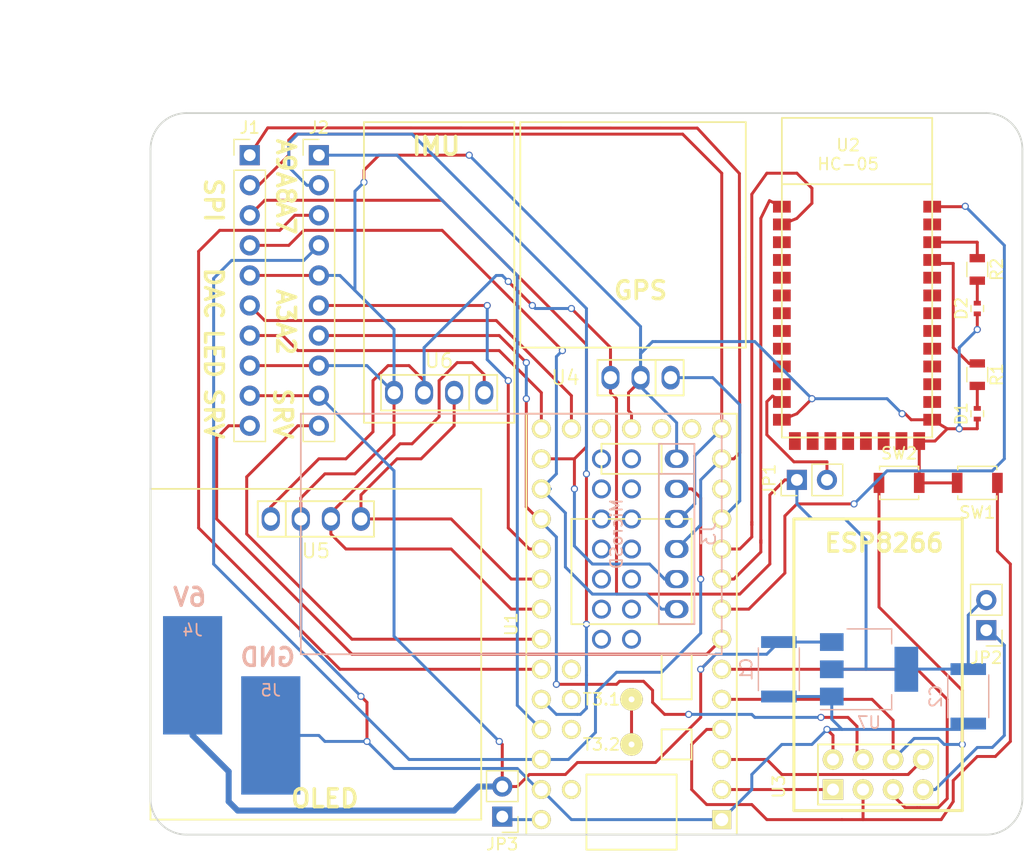
<source format=kicad_pcb>
(kicad_pcb (version 4) (host pcbnew 4.0.7)

  (general
    (links 77)
    (no_connects 0)
    (area 106.604999 59.614999 180.415001 120.725001)
    (thickness 1.6)
    (drawings 26)
    (tracks 453)
    (zones 0)
    (modules 27)
    (nets 84)
  )

  (page A4)
  (layers
    (0 F.Cu signal)
    (31 B.Cu signal)
    (34 B.Paste user)
    (35 F.Paste user)
    (36 B.SilkS user)
    (37 F.SilkS user)
    (38 B.Mask user)
    (39 F.Mask user)
    (42 Eco1.User user)
    (44 Edge.Cuts user)
    (46 B.CrtYd user)
    (47 F.CrtYd user)
    (48 B.Fab user)
    (49 F.Fab user)
  )

  (setup
    (last_trace_width 0.25)
    (trace_clearance 0.2)
    (zone_clearance 0.508)
    (zone_45_only no)
    (trace_min 0.2)
    (segment_width 0.2)
    (edge_width 0.15)
    (via_size 0.6)
    (via_drill 0.4)
    (via_min_size 0.4)
    (via_min_drill 0.3)
    (uvia_size 0.3)
    (uvia_drill 0.1)
    (uvias_allowed no)
    (uvia_min_size 0.2)
    (uvia_min_drill 0.1)
    (pcb_text_width 0.3)
    (pcb_text_size 1.5 1.5)
    (mod_edge_width 0.15)
    (mod_text_size 1 1)
    (mod_text_width 0.15)
    (pad_size 1.524 2)
    (pad_drill 1.1)
    (pad_to_mask_clearance 0.2)
    (aux_axis_origin 106.68 120.65)
    (grid_origin 106.68 120.65)
    (visible_elements 7FFFFFFF)
    (pcbplotparams
      (layerselection 0x311f0_80000001)
      (usegerberextensions false)
      (excludeedgelayer true)
      (linewidth 0.100000)
      (plotframeref false)
      (viasonmask false)
      (mode 1)
      (useauxorigin false)
      (hpglpennumber 1)
      (hpglpenspeed 20)
      (hpglpendiameter 15)
      (hpglpenoverlay 2)
      (psnegative false)
      (psa4output false)
      (plotreference true)
      (plotvalue true)
      (plotinvisibletext false)
      (padsonsilk false)
      (subtractmaskfromsilk false)
      (outputformat 1)
      (mirror false)
      (drillshape 0)
      (scaleselection 1)
      (outputdirectory ./))
  )

  (net 0 "")
  (net 1 "Net-(R1-Pad1)")
  (net 2 GND)
  (net 3 "Net-(U1-Pad18)")
  (net 4 "Net-(U1-Pad16)")
  (net 5 "Net-(U1-Pad15)")
  (net 6 "Net-(U1-Pad25)")
  (net 7 "Net-(U1-Pad26)")
  (net 8 "Net-(U1-Pad34)")
  (net 9 "Net-(U1-Pad35)")
  (net 10 "Net-(U1-Pad36)")
  (net 11 "Net-(U1-Pad37)")
  (net 12 "Net-(U1-Pad12)")
  (net 13 "Net-(U1-Pad11)")
  (net 14 "Net-(U1-Pad10)")
  (net 15 "Net-(U1-Pad9)")
  (net 16 "Net-(U1-Pad8)")
  (net 17 "Net-(U1-Pad6)")
  (net 18 "Net-(U1-Pad3)")
  (net 19 "Net-(U1-Pad2)")
  (net 20 "Net-(U1-Pad38)")
  (net 21 "Net-(U1-Pad40)")
  (net 22 "Net-(U1-Pad41)")
  (net 23 "Net-(U1-Pad42)")
  (net 24 "Net-(U1-Pad43)")
  (net 25 "Net-(U1-Pad44)")
  (net 26 "Net-(U1-Pad45)")
  (net 27 "Net-(U1-Pad46)")
  (net 28 "Net-(U1-Pad47)")
  (net 29 "Net-(U1-Pad48)")
  (net 30 "Net-(U1-Pad49)")
  (net 31 "Net-(U1-Pad50)")
  (net 32 "Net-(U1-Pad51)")
  (net 33 "Net-(U1-Pad52)")
  (net 34 "Net-(U2-Pad3)")
  (net 35 "Net-(U2-Pad4)")
  (net 36 "Net-(U2-Pad5)")
  (net 37 "Net-(U2-Pad6)")
  (net 38 "Net-(U2-Pad7)")
  (net 39 "Net-(U2-Pad8)")
  (net 40 "Net-(U2-Pad9)")
  (net 41 "Net-(U2-Pad10)")
  (net 42 "Net-(U2-Pad11)")
  (net 43 "Net-(U2-Pad23)")
  (net 44 "Net-(U2-Pad24)")
  (net 45 "Net-(U2-Pad25)")
  (net 46 "Net-(U2-Pad26)")
  (net 47 "Net-(U2-Pad27)")
  (net 48 "Net-(U2-Pad28)")
  (net 49 "Net-(U2-Pad29)")
  (net 50 "Net-(U2-Pad30)")
  (net 51 "Net-(U2-Pad33)")
  (net 52 "Net-(U2-Pad14)")
  (net 53 "Net-(U2-Pad15)")
  (net 54 "Net-(U2-Pad16)")
  (net 55 "Net-(U2-Pad17)")
  (net 56 "Net-(U2-Pad18)")
  (net 57 "Net-(U2-Pad19)")
  (net 58 "Net-(U2-Pad20)")
  (net 59 "Net-(D1-Pad2)")
  (net 60 "Net-(R2-Pad1)")
  (net 61 "Net-(D2-Pad2)")
  (net 62 +6V)
  (net 63 +3V3)
  (net 64 /DAC)
  (net 65 /LED)
  (net 66 /DIN)
  (net 67 /SCLK)
  (net 68 /CS)
  (net 69 /PWM_20)
  (net 70 /DOUT)
  (net 71 /PWM_5)
  (net 72 "Net-(JP1-Pad2)")
  (net 73 "Net-(JP2-Pad1)")
  (net 74 "Net-(JP3-Pad1)")
  (net 75 "Net-(U1-Pad39)")
  (net 76 /A9)
  (net 77 /A8)
  (net 78 /A7)
  (net 79 /3.3VT)
  (net 80 /A3)
  (net 81 /A2)
  (net 82 "Net-(SW1-Pad1)")
  (net 83 "Net-(SW2-Pad1)")

  (net_class Default "This is the default net class."
    (clearance 0.2)
    (trace_width 0.25)
    (via_dia 0.6)
    (via_drill 0.4)
    (uvia_dia 0.3)
    (uvia_drill 0.1)
    (add_net /A2)
    (add_net /A3)
    (add_net /A7)
    (add_net /A8)
    (add_net /A9)
    (add_net /CS)
    (add_net /DAC)
    (add_net /DIN)
    (add_net /DOUT)
    (add_net /LED)
    (add_net /PWM_20)
    (add_net /PWM_5)
    (add_net /SCLK)
    (add_net GND)
    (add_net "Net-(D1-Pad2)")
    (add_net "Net-(D2-Pad2)")
    (add_net "Net-(JP1-Pad2)")
    (add_net "Net-(JP2-Pad1)")
    (add_net "Net-(JP3-Pad1)")
    (add_net "Net-(R1-Pad1)")
    (add_net "Net-(R2-Pad1)")
    (add_net "Net-(SW1-Pad1)")
    (add_net "Net-(SW2-Pad1)")
    (add_net "Net-(U1-Pad10)")
    (add_net "Net-(U1-Pad11)")
    (add_net "Net-(U1-Pad12)")
    (add_net "Net-(U1-Pad15)")
    (add_net "Net-(U1-Pad16)")
    (add_net "Net-(U1-Pad18)")
    (add_net "Net-(U1-Pad2)")
    (add_net "Net-(U1-Pad25)")
    (add_net "Net-(U1-Pad26)")
    (add_net "Net-(U1-Pad3)")
    (add_net "Net-(U1-Pad34)")
    (add_net "Net-(U1-Pad35)")
    (add_net "Net-(U1-Pad36)")
    (add_net "Net-(U1-Pad37)")
    (add_net "Net-(U1-Pad38)")
    (add_net "Net-(U1-Pad39)")
    (add_net "Net-(U1-Pad40)")
    (add_net "Net-(U1-Pad41)")
    (add_net "Net-(U1-Pad42)")
    (add_net "Net-(U1-Pad43)")
    (add_net "Net-(U1-Pad44)")
    (add_net "Net-(U1-Pad45)")
    (add_net "Net-(U1-Pad46)")
    (add_net "Net-(U1-Pad47)")
    (add_net "Net-(U1-Pad48)")
    (add_net "Net-(U1-Pad49)")
    (add_net "Net-(U1-Pad50)")
    (add_net "Net-(U1-Pad51)")
    (add_net "Net-(U1-Pad52)")
    (add_net "Net-(U1-Pad6)")
    (add_net "Net-(U1-Pad8)")
    (add_net "Net-(U1-Pad9)")
    (add_net "Net-(U2-Pad10)")
    (add_net "Net-(U2-Pad11)")
    (add_net "Net-(U2-Pad14)")
    (add_net "Net-(U2-Pad15)")
    (add_net "Net-(U2-Pad16)")
    (add_net "Net-(U2-Pad17)")
    (add_net "Net-(U2-Pad18)")
    (add_net "Net-(U2-Pad19)")
    (add_net "Net-(U2-Pad20)")
    (add_net "Net-(U2-Pad23)")
    (add_net "Net-(U2-Pad24)")
    (add_net "Net-(U2-Pad25)")
    (add_net "Net-(U2-Pad26)")
    (add_net "Net-(U2-Pad27)")
    (add_net "Net-(U2-Pad28)")
    (add_net "Net-(U2-Pad29)")
    (add_net "Net-(U2-Pad3)")
    (add_net "Net-(U2-Pad30)")
    (add_net "Net-(U2-Pad33)")
    (add_net "Net-(U2-Pad4)")
    (add_net "Net-(U2-Pad5)")
    (add_net "Net-(U2-Pad6)")
    (add_net "Net-(U2-Pad7)")
    (add_net "Net-(U2-Pad8)")
    (add_net "Net-(U2-Pad9)")
  )

  (net_class power ""
    (clearance 0.2)
    (trace_width 0.508)
    (via_dia 0.6)
    (via_drill 0.4)
    (uvia_dia 0.3)
    (uvia_drill 0.1)
    (add_net +3V3)
    (add_net +6V)
    (add_net /3.3VT)
  )

  (module Mounting_Holes:MountingHole_2.5mm (layer F.Cu) (tedit 5AD56387) (tstamp 5AD432A3)
    (at 177.292 62.738)
    (descr "Mounting Hole 2.5mm, no annular")
    (tags "mounting hole 2.5mm no annular")
    (attr virtual)
    (fp_text reference "" (at 0 -3.5) (layer F.SilkS)
      (effects (font (size 1 1) (thickness 0.15)))
    )
    (fp_text value "" (at 0 3.5) (layer F.Fab)
      (effects (font (size 1 1) (thickness 0.15)))
    )
    (fp_text user %R (at 0.3 0) (layer F.Fab)
      (effects (font (size 1 1) (thickness 0.15)))
    )
    (fp_circle (center 0 0) (end 2.5 0) (layer Cmts.User) (width 0.15))
    (fp_circle (center 0 0) (end 2.75 0) (layer F.CrtYd) (width 0.05))
    (pad 1 np_thru_hole circle (at 0 0) (size 2.5 2.5) (drill 2.5) (layers *.Cu *.Mask))
  )

  (module teensy:GPS (layer F.Cu) (tedit 5AD5F40D) (tstamp 5AD4134A)
    (at 156.972 60.452 180)
    (path /5AD3AA88)
    (fp_text reference U4 (at 15.24 -21.59 180) (layer F.SilkS)
      (effects (font (size 1.2 1.2) (thickness 0.15)))
    )
    (fp_text value GPS_MODULE (at 10.16 -16.51 180) (layer F.Fab)
      (effects (font (size 1.2 1.2) (thickness 0.15)))
    )
    (fp_line (start 17.78 0) (end 19.05 0) (layer F.SilkS) (width 0.15))
    (fp_line (start 0 -19.05) (end 0 -12.7) (layer F.SilkS) (width 0.15))
    (fp_line (start 17.78 -19.05) (end 19.05 -19.05) (layer F.SilkS) (width 0.15))
    (fp_line (start 19.05 -19.05) (end 19.05 -12.7) (layer F.SilkS) (width 0.15))
    (fp_line (start 0 -11.43) (end 0 0) (layer F.SilkS) (width 0.15))
    (fp_line (start 0 0) (end 17.78 0) (layer F.SilkS) (width 0.15))
    (fp_line (start 19.05 0) (end 19.05 -11.43) (layer F.SilkS) (width 0.15))
    (fp_line (start 19.05 -11.43) (end 19.05 -12.7) (layer F.SilkS) (width 0.15))
    (fp_line (start 17.78 -19.05) (end 0 -19.05) (layer F.SilkS) (width 0.15))
    (fp_line (start 0 -12.7) (end 0 -11.43) (layer F.SilkS) (width 0.15))
    (fp_line (start 5.25 -23.09) (end 12.53 -23.09) (layer F.SilkS) (width 0.15))
    (fp_line (start 12.53 -23.09) (end 12.53 -20.09) (layer F.SilkS) (width 0.15))
    (fp_line (start 12.53 -20.09) (end 5.25 -20.09) (layer F.SilkS) (width 0.15))
    (fp_line (start 5.25 -20.09) (end 5.25 -23.09) (layer F.SilkS) (width 0.15))
    (fp_line (start 7.62 -23.09) (end 7.62 -20.09) (layer F.SilkS) (width 0.15))
    (pad 1 thru_hole oval (at 6.35 -21.59 180) (size 1.524 2) (drill 1.1) (layers *.Cu *.Mask)
      (net 13 "Net-(U1-Pad11)"))
    (pad 2 thru_hole oval (at 8.89 -21.59 180) (size 1.524 2) (drill 1.1) (layers *.Cu *.Mask)
      (net 2 GND))
    (pad 3 thru_hole oval (at 11.43 -21.59 180) (size 1.524 2) (drill 1.1) (layers *.Cu *.Mask)
      (net 63 +3V3))
  )

  (module Resistors_SMD:R_0805 (layer F.Cu) (tedit 58E0A804) (tstamp 5AD2AD8C)
    (at 176.53 81.788 270)
    (descr "Resistor SMD 0805, reflow soldering, Vishay (see dcrcw.pdf)")
    (tags "resistor 0805")
    (path /5AD15B23)
    (attr smd)
    (fp_text reference R1 (at 0 -1.65 270) (layer F.SilkS)
      (effects (font (size 1 1) (thickness 0.15)))
    )
    (fp_text value R (at 0 1.75 270) (layer F.Fab)
      (effects (font (size 1 1) (thickness 0.15)))
    )
    (fp_text user %R (at 0 0 270) (layer F.Fab)
      (effects (font (size 0.5 0.5) (thickness 0.075)))
    )
    (fp_line (start -1 0.62) (end -1 -0.62) (layer F.Fab) (width 0.1))
    (fp_line (start 1 0.62) (end -1 0.62) (layer F.Fab) (width 0.1))
    (fp_line (start 1 -0.62) (end 1 0.62) (layer F.Fab) (width 0.1))
    (fp_line (start -1 -0.62) (end 1 -0.62) (layer F.Fab) (width 0.1))
    (fp_line (start 0.6 0.88) (end -0.6 0.88) (layer F.SilkS) (width 0.12))
    (fp_line (start -0.6 -0.88) (end 0.6 -0.88) (layer F.SilkS) (width 0.12))
    (fp_line (start -1.55 -0.9) (end 1.55 -0.9) (layer F.CrtYd) (width 0.05))
    (fp_line (start -1.55 -0.9) (end -1.55 0.9) (layer F.CrtYd) (width 0.05))
    (fp_line (start 1.55 0.9) (end 1.55 -0.9) (layer F.CrtYd) (width 0.05))
    (fp_line (start 1.55 0.9) (end -1.55 0.9) (layer F.CrtYd) (width 0.05))
    (pad 1 smd rect (at -0.95 0 270) (size 0.7 1.3) (layers F.Cu F.Paste F.Mask)
      (net 1 "Net-(R1-Pad1)"))
    (pad 2 smd rect (at 0.95 0 270) (size 0.7 1.3) (layers F.Cu F.Paste F.Mask)
      (net 59 "Net-(D1-Pad2)"))
    (model ${KISYS3DMOD}/Resistors_SMD.3dshapes/R_0805.wrl
      (at (xyz 0 0 0))
      (scale (xyz 1 1 1))
      (rotate (xyz 0 0 0))
    )
  )

  (module Resistors_SMD:R_0805 (layer F.Cu) (tedit 58E0A804) (tstamp 5AD2AD92)
    (at 176.53 72.898 270)
    (descr "Resistor SMD 0805, reflow soldering, Vishay (see dcrcw.pdf)")
    (tags "resistor 0805")
    (path /5AD15A10)
    (attr smd)
    (fp_text reference R2 (at 0 -1.65 270) (layer F.SilkS)
      (effects (font (size 1 1) (thickness 0.15)))
    )
    (fp_text value R (at 0 1.75 270) (layer F.Fab)
      (effects (font (size 1 1) (thickness 0.15)))
    )
    (fp_text user %R (at 0 0 270) (layer F.Fab)
      (effects (font (size 0.5 0.5) (thickness 0.075)))
    )
    (fp_line (start -1 0.62) (end -1 -0.62) (layer F.Fab) (width 0.1))
    (fp_line (start 1 0.62) (end -1 0.62) (layer F.Fab) (width 0.1))
    (fp_line (start 1 -0.62) (end 1 0.62) (layer F.Fab) (width 0.1))
    (fp_line (start -1 -0.62) (end 1 -0.62) (layer F.Fab) (width 0.1))
    (fp_line (start 0.6 0.88) (end -0.6 0.88) (layer F.SilkS) (width 0.12))
    (fp_line (start -0.6 -0.88) (end 0.6 -0.88) (layer F.SilkS) (width 0.12))
    (fp_line (start -1.55 -0.9) (end 1.55 -0.9) (layer F.CrtYd) (width 0.05))
    (fp_line (start -1.55 -0.9) (end -1.55 0.9) (layer F.CrtYd) (width 0.05))
    (fp_line (start 1.55 0.9) (end 1.55 -0.9) (layer F.CrtYd) (width 0.05))
    (fp_line (start 1.55 0.9) (end -1.55 0.9) (layer F.CrtYd) (width 0.05))
    (pad 1 smd rect (at -0.95 0 270) (size 0.7 1.3) (layers F.Cu F.Paste F.Mask)
      (net 60 "Net-(R2-Pad1)"))
    (pad 2 smd rect (at 0.95 0 270) (size 0.7 1.3) (layers F.Cu F.Paste F.Mask)
      (net 61 "Net-(D2-Pad2)"))
    (model ${KISYS3DMOD}/Resistors_SMD.3dshapes/R_0805.wrl
      (at (xyz 0 0 0))
      (scale (xyz 1 1 1))
      (rotate (xyz 0 0 0))
    )
  )

  (module teensy:Teensy30_31_32_LC (layer F.Cu) (tedit 5A29202F) (tstamp 5AD2ADE7)
    (at 147.32 102.87 90)
    (path /5AD299C9)
    (fp_text reference U1 (at 0 -10.16 90) (layer F.SilkS)
      (effects (font (size 1 1) (thickness 0.15)))
    )
    (fp_text value Teensy3.2 (at 0 10.16 90) (layer F.Fab)
      (effects (font (size 1 1) (thickness 0.15)))
    )
    (fp_text user T3.2 (at -10.16 -2.54 180) (layer F.SilkS)
      (effects (font (size 1 1) (thickness 0.15)))
    )
    (fp_text user T3.1 (at -6.35 -2.54 180) (layer F.SilkS)
      (effects (font (size 1 1) (thickness 0.15)))
    )
    (fp_line (start -17.78 3.81) (end -19.05 3.81) (layer F.SilkS) (width 0.15))
    (fp_line (start -19.05 3.81) (end -19.05 -3.81) (layer F.SilkS) (width 0.15))
    (fp_line (start -19.05 -3.81) (end -17.78 -3.81) (layer F.SilkS) (width 0.15))
    (fp_line (start -6.35 5.08) (end -2.54 5.08) (layer F.SilkS) (width 0.15))
    (fp_line (start -2.54 5.08) (end -2.54 2.54) (layer F.SilkS) (width 0.15))
    (fp_line (start -2.54 2.54) (end -6.35 2.54) (layer F.SilkS) (width 0.15))
    (fp_line (start -6.35 2.54) (end -6.35 5.08) (layer F.SilkS) (width 0.15))
    (fp_line (start -12.7 3.81) (end -12.7 -3.81) (layer F.SilkS) (width 0.15))
    (fp_line (start -12.7 -3.81) (end -17.78 -3.81) (layer F.SilkS) (width 0.15))
    (fp_line (start -12.7 3.81) (end -17.78 3.81) (layer F.SilkS) (width 0.15))
    (fp_line (start -11.43 5.08) (end -8.89 5.08) (layer F.SilkS) (width 0.15))
    (fp_line (start -8.89 5.08) (end -8.89 2.54) (layer F.SilkS) (width 0.15))
    (fp_line (start -8.89 2.54) (end -11.43 2.54) (layer F.SilkS) (width 0.15))
    (fp_line (start -11.43 2.54) (end -11.43 5.08) (layer F.SilkS) (width 0.15))
    (fp_line (start 15.24 -2.54) (end 15.24 2.54) (layer F.SilkS) (width 0.15))
    (fp_line (start 15.24 2.54) (end 12.7 2.54) (layer F.SilkS) (width 0.15))
    (fp_line (start 12.7 2.54) (end 12.7 -2.54) (layer F.SilkS) (width 0.15))
    (fp_line (start 12.7 -2.54) (end 15.24 -2.54) (layer F.SilkS) (width 0.15))
    (fp_line (start 8.89 5.08) (end 8.89 -5.08) (layer F.SilkS) (width 0.15))
    (fp_line (start 0 -5.08) (end 0 5.08) (layer F.SilkS) (width 0.15))
    (fp_line (start 8.89 -5.08) (end 0 -5.08) (layer F.SilkS) (width 0.15))
    (fp_line (start 8.89 5.08) (end 0 5.08) (layer F.SilkS) (width 0.15))
    (fp_line (start -17.78 -8.89) (end 17.78 -8.89) (layer F.SilkS) (width 0.15))
    (fp_line (start 17.78 -8.89) (end 17.78 8.89) (layer F.SilkS) (width 0.15))
    (fp_line (start 17.78 8.89) (end -17.78 8.89) (layer F.SilkS) (width 0.15))
    (fp_line (start -17.78 8.89) (end -17.78 -8.89) (layer F.SilkS) (width 0.15))
    (pad 17 thru_hole circle (at 16.51 0 90) (size 1.6 1.6) (drill 1.1) (layers *.Cu *.Mask F.SilkS)
      (net 2 GND))
    (pad 18 thru_hole circle (at 16.51 -2.54 90) (size 1.6 1.6) (drill 1.1) (layers *.Cu *.Mask F.SilkS)
      (net 3 "Net-(U1-Pad18)"))
    (pad 19 thru_hole circle (at 16.51 -5.08 90) (size 1.6 1.6) (drill 1.1) (layers *.Cu *.Mask F.SilkS)
      (net 64 /DAC))
    (pad 20 thru_hole circle (at 16.51 -7.62 90) (size 1.6 1.6) (drill 1.1) (layers *.Cu *.Mask F.SilkS)
      (net 65 /LED))
    (pad 16 thru_hole circle (at 16.51 2.54 90) (size 1.6 1.6) (drill 1.1) (layers *.Cu *.Mask F.SilkS)
      (net 4 "Net-(U1-Pad16)"))
    (pad 15 thru_hole circle (at 16.51 5.08 90) (size 1.6 1.6) (drill 1.1) (layers *.Cu *.Mask F.SilkS)
      (net 5 "Net-(U1-Pad15)"))
    (pad 14 thru_hole circle (at 16.51 7.62 90) (size 1.6 1.6) (drill 1.1) (layers *.Cu *.Mask F.SilkS)
      (net 66 /DIN))
    (pad 21 thru_hole circle (at 13.97 -7.62 90) (size 1.6 1.6) (drill 1.1) (layers *.Cu *.Mask F.SilkS)
      (net 67 /SCLK))
    (pad 22 thru_hole circle (at 11.43 -7.62 90) (size 1.6 1.6) (drill 1.1) (layers *.Cu *.Mask F.SilkS)
      (net 68 /CS))
    (pad 23 thru_hole circle (at 8.89 -7.62 90) (size 1.6 1.6) (drill 1.1) (layers *.Cu *.Mask F.SilkS)
      (net 81 /A2))
    (pad 24 thru_hole circle (at 6.35 -7.62 90) (size 1.6 1.6) (drill 1.1) (layers *.Cu *.Mask F.SilkS)
      (net 80 /A3))
    (pad 25 thru_hole circle (at 3.81 -7.62 90) (size 1.6 1.6) (drill 1.1) (layers *.Cu *.Mask F.SilkS)
      (net 6 "Net-(U1-Pad25)"))
    (pad 26 thru_hole circle (at 1.27 -7.62 90) (size 1.6 1.6) (drill 1.1) (layers *.Cu *.Mask F.SilkS)
      (net 7 "Net-(U1-Pad26)"))
    (pad 27 thru_hole circle (at -1.27 -7.62 90) (size 1.6 1.6) (drill 1.1) (layers *.Cu *.Mask F.SilkS)
      (net 69 /PWM_20))
    (pad 28 thru_hole circle (at -3.81 -7.62 90) (size 1.6 1.6) (drill 1.1) (layers *.Cu *.Mask F.SilkS)
      (net 78 /A7))
    (pad 29 thru_hole circle (at -6.35 -7.62 90) (size 1.6 1.6) (drill 1.1) (layers *.Cu *.Mask F.SilkS)
      (net 77 /A8))
    (pad 30 thru_hole circle (at -8.89 -7.62 90) (size 1.6 1.6) (drill 1.1) (layers *.Cu *.Mask F.SilkS)
      (net 76 /A9))
    (pad 31 thru_hole circle (at -11.43 -7.62 90) (size 1.6 1.6) (drill 1.1) (layers *.Cu *.Mask F.SilkS)
      (net 79 /3.3VT))
    (pad 32 thru_hole circle (at -13.97 -7.62 90) (size 1.6 1.6) (drill 1.1) (layers *.Cu *.Mask F.SilkS)
      (net 2 GND))
    (pad 33 thru_hole circle (at -16.51 -7.62 90) (size 1.6 1.6) (drill 1.1) (layers *.Cu *.Mask F.SilkS)
      (net 74 "Net-(JP3-Pad1)"))
    (pad 34 thru_hole circle (at -13.97 -5.08 90) (size 1.6 1.6) (drill 1.1) (layers *.Cu *.Mask F.SilkS)
      (net 8 "Net-(U1-Pad34)"))
    (pad 35 thru_hole circle (at -8.89 -5.08 90) (size 1.6 1.6) (drill 1.1) (layers *.Cu *.Mask F.SilkS)
      (net 9 "Net-(U1-Pad35)"))
    (pad 36 thru_hole circle (at -6.35 -5.08 90) (size 1.6 1.6) (drill 1.1) (layers *.Cu *.Mask F.SilkS)
      (net 10 "Net-(U1-Pad36)"))
    (pad 37 thru_hole circle (at -3.81 -5.08 90) (size 1.6 1.6) (drill 1.1) (layers *.Cu *.Mask F.SilkS)
      (net 11 "Net-(U1-Pad37)"))
    (pad 13 thru_hole circle (at 13.97 7.62 90) (size 1.6 1.6) (drill 1.1) (layers *.Cu *.Mask F.SilkS)
      (net 70 /DOUT))
    (pad 12 thru_hole circle (at 11.43 7.62 90) (size 1.6 1.6) (drill 1.1) (layers *.Cu *.Mask F.SilkS)
      (net 12 "Net-(U1-Pad12)"))
    (pad 11 thru_hole circle (at 8.89 7.62 90) (size 1.6 1.6) (drill 1.1) (layers *.Cu *.Mask F.SilkS)
      (net 13 "Net-(U1-Pad11)"))
    (pad 10 thru_hole circle (at 6.35 7.62 90) (size 1.6 1.6) (drill 1.1) (layers *.Cu *.Mask F.SilkS)
      (net 14 "Net-(U1-Pad10)"))
    (pad 9 thru_hole circle (at 3.81 7.62 90) (size 1.6 1.6) (drill 1.1) (layers *.Cu *.Mask F.SilkS)
      (net 15 "Net-(U1-Pad9)"))
    (pad 8 thru_hole circle (at 1.27 7.62 90) (size 1.6 1.6) (drill 1.1) (layers *.Cu *.Mask F.SilkS)
      (net 16 "Net-(U1-Pad8)"))
    (pad 7 thru_hole circle (at -1.27 7.62 90) (size 1.6 1.6) (drill 1.1) (layers *.Cu *.Mask F.SilkS)
      (net 71 /PWM_5))
    (pad 6 thru_hole circle (at -3.81 7.62 90) (size 1.6 1.6) (drill 1.1) (layers *.Cu *.Mask F.SilkS)
      (net 17 "Net-(U1-Pad6)"))
    (pad 5 thru_hole circle (at -6.35 7.62 90) (size 1.6 1.6) (drill 1.1) (layers *.Cu *.Mask F.SilkS)
      (net 83 "Net-(SW2-Pad1)"))
    (pad 4 thru_hole circle (at -8.89 7.62 90) (size 1.6 1.6) (drill 1.1) (layers *.Cu *.Mask F.SilkS)
      (net 82 "Net-(SW1-Pad1)"))
    (pad 3 thru_hole circle (at -11.43 7.62 90) (size 1.6 1.6) (drill 1.1) (layers *.Cu *.Mask F.SilkS)
      (net 18 "Net-(U1-Pad3)"))
    (pad 2 thru_hole circle (at -13.97 7.62 90) (size 1.6 1.6) (drill 1.1) (layers *.Cu *.Mask F.SilkS)
      (net 19 "Net-(U1-Pad2)"))
    (pad 1 thru_hole rect (at -16.51 7.62 90) (size 1.6 1.6) (drill 1.1) (layers *.Cu *.Mask F.SilkS)
      (net 2 GND))
    (pad 38 thru_hole circle (at -1.27 0 90) (size 1.6 1.6) (drill 1.1) (layers *.Cu *.Mask)
      (net 20 "Net-(U1-Pad38)"))
    (pad 39 thru_hole circle (at 1.27 0 90) (size 1.6 1.6) (drill 1.1) (layers *.Cu *.Mask)
      (net 75 "Net-(U1-Pad39)"))
    (pad 40 thru_hole circle (at 3.81 0 90) (size 1.6 1.6) (drill 1.1) (layers *.Cu *.Mask)
      (net 21 "Net-(U1-Pad40)"))
    (pad 41 thru_hole circle (at 6.35 0 90) (size 1.6 1.6) (drill 1.1) (layers *.Cu *.Mask)
      (net 22 "Net-(U1-Pad41)"))
    (pad 42 thru_hole circle (at 8.89 0 90) (size 1.6 1.6) (drill 1.1) (layers *.Cu *.Mask)
      (net 23 "Net-(U1-Pad42)"))
    (pad 43 thru_hole circle (at 11.43 0 90) (size 1.6 1.6) (drill 1.1) (layers *.Cu *.Mask)
      (net 24 "Net-(U1-Pad43)"))
    (pad 44 thru_hole circle (at 13.97 0 90) (size 1.6 1.6) (drill 1.1) (layers *.Cu *.Mask)
      (net 25 "Net-(U1-Pad44)"))
    (pad 45 thru_hole circle (at 13.97 -2.54 90) (size 1.6 1.6) (drill 1.1) (layers *.Cu *.Mask)
      (net 26 "Net-(U1-Pad45)"))
    (pad 46 thru_hole circle (at 11.43 -2.54 90) (size 1.6 1.6) (drill 1.1) (layers *.Cu *.Mask)
      (net 27 "Net-(U1-Pad46)"))
    (pad 47 thru_hole circle (at 8.89 -2.54 90) (size 1.6 1.6) (drill 1.1) (layers *.Cu *.Mask)
      (net 28 "Net-(U1-Pad47)"))
    (pad 48 thru_hole circle (at 6.35 -2.54 90) (size 1.6 1.6) (drill 1.1) (layers *.Cu *.Mask)
      (net 29 "Net-(U1-Pad48)"))
    (pad 49 thru_hole circle (at 3.81 -2.54 90) (size 1.6 1.6) (drill 1.1) (layers *.Cu *.Mask)
      (net 30 "Net-(U1-Pad49)"))
    (pad 50 thru_hole circle (at 1.27 -2.54 90) (size 1.6 1.6) (drill 1.1) (layers *.Cu *.Mask)
      (net 31 "Net-(U1-Pad50)"))
    (pad 51 thru_hole circle (at -1.27 -2.54 90) (size 1.6 1.6) (drill 1.1) (layers *.Cu *.Mask)
      (net 32 "Net-(U1-Pad51)"))
    (pad 52 thru_hole circle (at -6.35 0 90) (size 1.9 1.9) (drill 0.5) (layers *.Cu *.Mask F.SilkS)
      (net 33 "Net-(U1-Pad52)"))
    (pad 52 thru_hole circle (at -10.16 0 90) (size 1.9 1.9) (drill 0.5) (layers *.Cu *.Mask F.SilkS)
      (net 33 "Net-(U1-Pad52)"))
  )

  (module radio_module_footprints:HC-05 (layer F.Cu) (tedit 0) (tstamp 5AD37393)
    (at 160.02 85.598)
    (path /5AD2C27B)
    (fp_text reference U2 (at 5.6 -23.2) (layer F.SilkS)
      (effects (font (size 1 1) (thickness 0.15)))
    )
    (fp_text value HC-05 (at 5.6 -21.6) (layer F.SilkS)
      (effects (font (size 1 1) (thickness 0.15)))
    )
    (fp_line (start 0 -19.9) (end 12.7 -19.9) (layer F.SilkS) (width 0.15))
    (fp_line (start 0 -25.5) (end 0 1.5) (layer F.SilkS) (width 0.15))
    (fp_line (start 0 1.5) (end 12.7 1.5) (layer F.SilkS) (width 0.15))
    (fp_line (start 12.7 1.5) (end 12.7 -25.5) (layer F.SilkS) (width 0.15))
    (fp_line (start 0 -25.5) (end 12.7 -25.5) (layer F.SilkS) (width 0.15))
    (pad 1 smd rect (at 0 -18) (size 1.5 1) (layers F.Cu F.Paste F.Mask)
      (net 15 "Net-(U1-Pad9)"))
    (pad 2 smd rect (at 0 -16.5) (size 1.5 1) (layers F.Cu F.Paste F.Mask)
      (net 14 "Net-(U1-Pad10)"))
    (pad 3 smd rect (at 0 -15) (size 1.5 1) (layers F.Cu F.Paste F.Mask)
      (net 34 "Net-(U2-Pad3)"))
    (pad 4 smd rect (at 0 -13.5) (size 1.5 1) (layers F.Cu F.Paste F.Mask)
      (net 35 "Net-(U2-Pad4)"))
    (pad 5 smd rect (at 0 -12) (size 1.5 1) (layers F.Cu F.Paste F.Mask)
      (net 36 "Net-(U2-Pad5)"))
    (pad 6 smd rect (at 0 -10.5) (size 1.5 1) (layers F.Cu F.Paste F.Mask)
      (net 37 "Net-(U2-Pad6)"))
    (pad 7 smd rect (at 0 -9) (size 1.5 1) (layers F.Cu F.Paste F.Mask)
      (net 38 "Net-(U2-Pad7)"))
    (pad 8 smd rect (at 0 -7.5) (size 1.5 1) (layers F.Cu F.Paste F.Mask)
      (net 39 "Net-(U2-Pad8)"))
    (pad 9 smd rect (at 0 -6) (size 1.5 1) (layers F.Cu F.Paste F.Mask)
      (net 40 "Net-(U2-Pad9)"))
    (pad 10 smd rect (at 0 -4.5) (size 1.5 1) (layers F.Cu F.Paste F.Mask)
      (net 41 "Net-(U2-Pad10)"))
    (pad 11 smd rect (at 0 -3) (size 1.5 1) (layers F.Cu F.Paste F.Mask)
      (net 42 "Net-(U2-Pad11)"))
    (pad 12 smd rect (at 0 -1.5) (size 1.5 1) (layers F.Cu F.Paste F.Mask)
      (net 72 "Net-(JP1-Pad2)"))
    (pad 13 smd rect (at 0 0) (size 1.5 1) (layers F.Cu F.Paste F.Mask)
      (net 2 GND))
    (pad 22 smd rect (at 12.7 0) (size 1.5 1) (layers F.Cu F.Paste F.Mask)
      (net 2 GND))
    (pad 23 smd rect (at 12.7 -1.5) (size 1.5 1) (layers F.Cu F.Paste F.Mask)
      (net 43 "Net-(U2-Pad23)"))
    (pad 24 smd rect (at 12.7 -3) (size 1.5 1) (layers F.Cu F.Paste F.Mask)
      (net 44 "Net-(U2-Pad24)"))
    (pad 25 smd rect (at 12.7 -4.5) (size 1.5 1) (layers F.Cu F.Paste F.Mask)
      (net 45 "Net-(U2-Pad25)"))
    (pad 26 smd rect (at 12.7 -6) (size 1.5 1) (layers F.Cu F.Paste F.Mask)
      (net 46 "Net-(U2-Pad26)"))
    (pad 27 smd rect (at 12.7 -7.5) (size 1.5 1) (layers F.Cu F.Paste F.Mask)
      (net 47 "Net-(U2-Pad27)"))
    (pad 28 smd rect (at 12.7 -9) (size 1.5 1) (layers F.Cu F.Paste F.Mask)
      (net 48 "Net-(U2-Pad28)"))
    (pad 29 smd rect (at 12.7 -10.5) (size 1.5 1) (layers F.Cu F.Paste F.Mask)
      (net 49 "Net-(U2-Pad29)"))
    (pad 30 smd rect (at 12.7 -12) (size 1.5 1) (layers F.Cu F.Paste F.Mask)
      (net 50 "Net-(U2-Pad30)"))
    (pad 31 smd rect (at 12.7 -13.5) (size 1.5 1) (layers F.Cu F.Paste F.Mask)
      (net 1 "Net-(R1-Pad1)"))
    (pad 32 smd rect (at 12.7 -15) (size 1.5 1) (layers F.Cu F.Paste F.Mask)
      (net 60 "Net-(R2-Pad1)"))
    (pad 33 smd rect (at 12.7 -16.5) (size 1.5 1) (layers F.Cu F.Paste F.Mask)
      (net 51 "Net-(U2-Pad33)"))
    (pad 34 smd rect (at 12.7 -18) (size 1.5 1) (layers F.Cu F.Paste F.Mask)
      (net 16 "Net-(U1-Pad8)"))
    (pad 14 smd rect (at 1.1 1.8) (size 1 1.5) (layers F.Cu F.Paste F.Mask)
      (net 52 "Net-(U2-Pad14)"))
    (pad 15 smd rect (at 2.6 1.8) (size 1 1.5) (layers F.Cu F.Paste F.Mask)
      (net 53 "Net-(U2-Pad15)"))
    (pad 16 smd rect (at 4.1 1.8) (size 1 1.5) (layers F.Cu F.Paste F.Mask)
      (net 54 "Net-(U2-Pad16)"))
    (pad 17 smd rect (at 5.6 1.8) (size 1 1.5) (layers F.Cu F.Paste F.Mask)
      (net 55 "Net-(U2-Pad17)"))
    (pad 18 smd rect (at 7.1 1.8) (size 1 1.5) (layers F.Cu F.Paste F.Mask)
      (net 56 "Net-(U2-Pad18)"))
    (pad 19 smd rect (at 8.6 1.8) (size 1 1.5) (layers F.Cu F.Paste F.Mask)
      (net 57 "Net-(U2-Pad19)"))
    (pad 20 smd rect (at 10.1 1.8) (size 1 1.5) (layers F.Cu F.Paste F.Mask)
      (net 58 "Net-(U2-Pad20)"))
    (pad 21 smd rect (at 11.6 1.8) (size 1 1.5) (layers F.Cu F.Paste F.Mask)
      (net 2 GND))
  )

  (module ESP8266:ESP-01 (layer F.Cu) (tedit 577EF889) (tstamp 5AD373B1)
    (at 164.338 116.84 90)
    (descr "Module, ESP-8266, ESP-01, 8 pin")
    (tags "Module ESP-8266 ESP8266")
    (path /5AD2BA82)
    (fp_text reference U3 (at 0.254 -4.572 90) (layer F.SilkS)
      (effects (font (size 1 1) (thickness 0.15)))
    )
    (fp_text value ESP-01v090 (at 12.192 3.556 90) (layer F.Fab)
      (effects (font (size 1 1) (thickness 0.15)))
    )
    (fp_line (start -1.778 -3.302) (end 22.86 -3.302) (layer F.SilkS) (width 0.254))
    (fp_line (start 22.86 -3.302) (end 22.86 10.922) (layer F.SilkS) (width 0.254))
    (fp_line (start 22.86 10.922) (end -1.778 10.922) (layer F.SilkS) (width 0.254))
    (fp_line (start -1.778 10.922) (end -1.778 -3.302) (layer F.SilkS) (width 0.254))
    (fp_line (start -1.778 -3.302) (end 22.86 -3.302) (layer F.Fab) (width 0.05))
    (fp_line (start 22.86 -3.302) (end 22.86 10.922) (layer F.Fab) (width 0.05))
    (fp_line (start 22.86 10.922) (end -1.778 10.922) (layer F.Fab) (width 0.05))
    (fp_line (start -1.778 10.922) (end -1.778 -3.302) (layer F.Fab) (width 0.05))
    (fp_line (start 1.27 -1.27) (end -1.27 -1.27) (layer F.SilkS) (width 0.1524))
    (fp_line (start -1.27 -1.27) (end -1.27 1.27) (layer F.SilkS) (width 0.1524))
    (fp_line (start -1.75 -1.75) (end -1.75 9.4) (layer F.CrtYd) (width 0.05))
    (fp_line (start 4.3 -1.75) (end 4.3 9.4) (layer F.CrtYd) (width 0.05))
    (fp_line (start -1.75 -1.75) (end 4.3 -1.75) (layer F.CrtYd) (width 0.05))
    (fp_line (start -1.75 9.4) (end 4.3 9.4) (layer F.CrtYd) (width 0.05))
    (fp_line (start -1.27 1.27) (end -1.27 8.89) (layer F.SilkS) (width 0.1524))
    (fp_line (start -1.27 8.89) (end 3.81 8.89) (layer F.SilkS) (width 0.1524))
    (fp_line (start 3.81 8.89) (end 3.81 -1.27) (layer F.SilkS) (width 0.1524))
    (fp_line (start 3.81 -1.27) (end 1.27 -1.27) (layer F.SilkS) (width 0.1524))
    (pad 1 thru_hole rect (at 0 0 90) (size 1.7272 1.7272) (drill 1.016) (layers *.Cu *.Mask F.SilkS)
      (net 19 "Net-(U1-Pad2)"))
    (pad 2 thru_hole oval (at 2.54 0 90) (size 1.7272 1.7272) (drill 1.016) (layers *.Cu *.Mask F.SilkS)
      (net 2 GND))
    (pad 3 thru_hole oval (at 0 2.54 90) (size 1.7272 1.7272) (drill 1.016) (layers *.Cu *.Mask F.SilkS)
      (net 82 "Net-(SW1-Pad1)"))
    (pad 4 thru_hole oval (at 2.54 2.54 90) (size 1.7272 1.7272) (drill 1.016) (layers *.Cu *.Mask F.SilkS)
      (net 81 /A2))
    (pad 5 thru_hole oval (at 0 5.08 90) (size 1.7272 1.7272) (drill 1.016) (layers *.Cu *.Mask F.SilkS)
      (net 17 "Net-(U1-Pad6)"))
    (pad 6 thru_hole oval (at 2.54 5.08 90) (size 1.7272 1.7272) (drill 1.016) (layers *.Cu *.Mask F.SilkS)
      (net 83 "Net-(SW2-Pad1)"))
    (pad 7 thru_hole oval (at 0 7.62 90) (size 1.7272 1.7272) (drill 1.016) (layers *.Cu *.Mask F.SilkS)
      (net 73 "Net-(JP2-Pad1)"))
    (pad 8 thru_hole oval (at 2.54 7.62 90) (size 1.7272 1.7272) (drill 1.016) (layers *.Cu *.Mask F.SilkS)
      (net 18 "Net-(U1-Pad3)"))
  )

  (module Resistors_SMD:R_0402 (layer F.Cu) (tedit 58E0A804) (tstamp 5AD40D7F)
    (at 176.53 85.09 90)
    (descr "Resistor SMD 0402, reflow soldering, Vishay (see dcrcw.pdf)")
    (tags "resistor 0402")
    (path /5AD39F60)
    (attr smd)
    (fp_text reference D1 (at 0 -1.35 90) (layer F.SilkS)
      (effects (font (size 1 1) (thickness 0.15)))
    )
    (fp_text value LED (at 0 1.45 90) (layer F.Fab)
      (effects (font (size 1 1) (thickness 0.15)))
    )
    (fp_text user %R (at 0 -1.35 90) (layer F.Fab)
      (effects (font (size 1 1) (thickness 0.15)))
    )
    (fp_line (start -0.5 0.25) (end -0.5 -0.25) (layer F.Fab) (width 0.1))
    (fp_line (start 0.5 0.25) (end -0.5 0.25) (layer F.Fab) (width 0.1))
    (fp_line (start 0.5 -0.25) (end 0.5 0.25) (layer F.Fab) (width 0.1))
    (fp_line (start -0.5 -0.25) (end 0.5 -0.25) (layer F.Fab) (width 0.1))
    (fp_line (start 0.25 -0.53) (end -0.25 -0.53) (layer F.SilkS) (width 0.12))
    (fp_line (start -0.25 0.53) (end 0.25 0.53) (layer F.SilkS) (width 0.12))
    (fp_line (start -0.8 -0.45) (end 0.8 -0.45) (layer F.CrtYd) (width 0.05))
    (fp_line (start -0.8 -0.45) (end -0.8 0.45) (layer F.CrtYd) (width 0.05))
    (fp_line (start 0.8 0.45) (end 0.8 -0.45) (layer F.CrtYd) (width 0.05))
    (fp_line (start 0.8 0.45) (end -0.8 0.45) (layer F.CrtYd) (width 0.05))
    (pad 1 smd rect (at -0.45 0 90) (size 0.4 0.6) (layers F.Cu F.Paste F.Mask)
      (net 2 GND))
    (pad 2 smd rect (at 0.45 0 90) (size 0.4 0.6) (layers F.Cu F.Paste F.Mask)
      (net 59 "Net-(D1-Pad2)"))
    (model ${KISYS3DMOD}/Resistors_SMD.3dshapes/R_0402.wrl
      (at (xyz 0 0 0))
      (scale (xyz 1 1 1))
      (rotate (xyz 0 0 0))
    )
  )

  (module Resistors_SMD:R_0402 (layer F.Cu) (tedit 58E0A804) (tstamp 5AD40D85)
    (at 176.53 76.2 90)
    (descr "Resistor SMD 0402, reflow soldering, Vishay (see dcrcw.pdf)")
    (tags "resistor 0402")
    (path /5AD39FF1)
    (attr smd)
    (fp_text reference D2 (at 0 -1.35 90) (layer F.SilkS)
      (effects (font (size 1 1) (thickness 0.15)))
    )
    (fp_text value LED (at 0 1.45 90) (layer F.Fab)
      (effects (font (size 1 1) (thickness 0.15)))
    )
    (fp_text user %R (at 0 -1.35 90) (layer F.Fab)
      (effects (font (size 1 1) (thickness 0.15)))
    )
    (fp_line (start -0.5 0.25) (end -0.5 -0.25) (layer F.Fab) (width 0.1))
    (fp_line (start 0.5 0.25) (end -0.5 0.25) (layer F.Fab) (width 0.1))
    (fp_line (start 0.5 -0.25) (end 0.5 0.25) (layer F.Fab) (width 0.1))
    (fp_line (start -0.5 -0.25) (end 0.5 -0.25) (layer F.Fab) (width 0.1))
    (fp_line (start 0.25 -0.53) (end -0.25 -0.53) (layer F.SilkS) (width 0.12))
    (fp_line (start -0.25 0.53) (end 0.25 0.53) (layer F.SilkS) (width 0.12))
    (fp_line (start -0.8 -0.45) (end 0.8 -0.45) (layer F.CrtYd) (width 0.05))
    (fp_line (start -0.8 -0.45) (end -0.8 0.45) (layer F.CrtYd) (width 0.05))
    (fp_line (start 0.8 0.45) (end 0.8 -0.45) (layer F.CrtYd) (width 0.05))
    (fp_line (start 0.8 0.45) (end -0.8 0.45) (layer F.CrtYd) (width 0.05))
    (pad 1 smd rect (at -0.45 0 90) (size 0.4 0.6) (layers F.Cu F.Paste F.Mask)
      (net 2 GND))
    (pad 2 smd rect (at 0.45 0 90) (size 0.4 0.6) (layers F.Cu F.Paste F.Mask)
      (net 61 "Net-(D2-Pad2)"))
    (model ${KISYS3DMOD}/Resistors_SMD.3dshapes/R_0402.wrl
      (at (xyz 0 0 0))
      (scale (xyz 1 1 1))
      (rotate (xyz 0 0 0))
    )
  )

  (module teensy:OLED (layer F.Cu) (tedit 5AD5F4DD) (tstamp 5AD40D94)
    (at 120.65 93.98)
    (path /5AD3A6A0)
    (fp_text reference U5 (at 0 2.7) (layer F.SilkS)
      (effects (font (size 1.2 1.2) (thickness 0.15)))
    )
    (fp_text value OLED_128x64_I2C (at 0 -3.81) (layer F.Fab)
      (effects (font (size 1.2 1.2) (thickness 0.15)))
    )
    (fp_line (start -13.97 25.4) (end 13.97 25.4) (layer F.SilkS) (width 0.15))
    (fp_line (start 13.97 25.4) (end 13.97 -2.54) (layer F.SilkS) (width 0.15))
    (fp_line (start 13.97 -2.54) (end -13.97 -2.54) (layer F.SilkS) (width 0.15))
    (fp_line (start -13.97 -2.54) (end -13.97 25.4) (layer F.SilkS) (width 0.15))
    (fp_line (start -4.91 -1.5) (end 4.91 -1.5) (layer F.SilkS) (width 0.15))
    (fp_line (start 4.91 -1.5) (end 4.91 1.5) (layer F.SilkS) (width 0.15))
    (fp_line (start 4.91 1.5) (end -4.91 1.5) (layer F.SilkS) (width 0.15))
    (fp_line (start -4.91 1.5) (end -4.91 -1.5) (layer F.SilkS) (width 0.15))
    (fp_line (start -2.54 -1.5) (end -2.54 1.5) (layer F.SilkS) (width 0.15))
    (pad 1 thru_hole oval (at -3.81 0) (size 1.524 2) (drill 1.1) (layers *.Cu *.Mask)
      (net 63 +3V3))
    (pad 2 thru_hole oval (at -1.27 0) (size 1.524 2) (drill 1.1) (layers *.Cu *.Mask)
      (net 2 GND))
    (pad 3 thru_hole oval (at 1.27 0) (size 1.524 2) (drill 1.1) (layers *.Cu *.Mask)
      (net 7 "Net-(U1-Pad26)"))
    (pad 4 thru_hole oval (at 3.81 0) (size 1.524 2) (drill 1.1) (layers *.Cu *.Mask)
      (net 6 "Net-(U1-Pad25)"))
  )

  (module teensy:IMU (layer F.Cu) (tedit 5AD5F4AF) (tstamp 5AD40D9C)
    (at 131.064 83.312 180)
    (path /5AD3A849)
    (fp_text reference U6 (at 0 2.7 180) (layer F.SilkS)
      (effects (font (size 1.2 1.2) (thickness 0.15)))
    )
    (fp_text value LSM9DS1_BRKOUT (at 0 -3.81 180) (layer F.Fab)
      (effects (font (size 1.2 1.2) (thickness 0.15)))
    )
    (fp_line (start -6.35 20.32) (end -6.35 22.86) (layer F.SilkS) (width 0.15))
    (fp_line (start -6.35 22.86) (end 6.35 22.86) (layer F.SilkS) (width 0.15))
    (fp_line (start 6.35 22.86) (end 6.35 20.32) (layer F.SilkS) (width 0.15))
    (fp_line (start -6.35 -2.54) (end 6.35 -2.54) (layer F.SilkS) (width 0.15))
    (fp_line (start 6.35 -2.54) (end 6.35 20.32) (layer F.SilkS) (width 0.15))
    (fp_line (start -6.35 20.32) (end -6.35 -2.54) (layer F.SilkS) (width 0.15))
    (fp_line (start -4.91 -1.5) (end 4.91 -1.5) (layer F.SilkS) (width 0.15))
    (fp_line (start 4.91 -1.5) (end 4.91 1.5) (layer F.SilkS) (width 0.15))
    (fp_line (start 4.91 1.5) (end -4.91 1.5) (layer F.SilkS) (width 0.15))
    (fp_line (start -4.91 1.5) (end -4.91 -1.5) (layer F.SilkS) (width 0.15))
    (fp_line (start -2.54 -1.5) (end -2.54 1.5) (layer F.SilkS) (width 0.15))
    (pad 1 thru_hole oval (at -3.81 0 180) (size 1.524 2) (drill 1.1) (layers *.Cu *.Mask)
      (net 7 "Net-(U1-Pad26)"))
    (pad 2 thru_hole oval (at -1.27 0 180) (size 1.524 2) (drill 1.1) (layers *.Cu *.Mask)
      (net 6 "Net-(U1-Pad25)"))
    (pad 3 thru_hole oval (at 1.27 0 180) (size 1.524 2) (drill 1.1) (layers *.Cu *.Mask)
      (net 63 +3V3))
    (pad 4 thru_hole oval (at 3.81 0 180) (size 1.524 2) (drill 1.1) (layers *.Cu *.Mask)
      (net 2 GND))
  )

  (module Mounting_Holes:MountingHole_2.5mm (layer F.Cu) (tedit 5AD5637F) (tstamp 5AD43282)
    (at 109.728 62.738)
    (descr "Mounting Hole 2.5mm, no annular")
    (tags "mounting hole 2.5mm no annular")
    (attr virtual)
    (fp_text reference "" (at 0 -3.5) (layer F.SilkS)
      (effects (font (size 1 1) (thickness 0.15)))
    )
    (fp_text value "" (at 0 3.5) (layer F.Fab)
      (effects (font (size 1 1) (thickness 0.15)))
    )
    (fp_circle (center 0 0) (end 2.5 0) (layer Cmts.User) (width 0.15))
    (fp_circle (center 0 0) (end 2.75 0) (layer F.CrtYd) (width 0.05))
    (pad 1 np_thru_hole circle (at 0 0) (size 2.5 2.5) (drill 2.5) (layers *.Cu *.Mask))
  )

  (module Mounting_Holes:MountingHole_2.5mm (layer F.Cu) (tedit 5AD56375) (tstamp 5AD432AB)
    (at 109.728 117.602)
    (descr "Mounting Hole 2.5mm, no annular")
    (tags "mounting hole 2.5mm no annular")
    (attr virtual)
    (fp_text reference "" (at 0 -3.5) (layer F.SilkS)
      (effects (font (size 1 1) (thickness 0.15)))
    )
    (fp_text value "" (at 0 3.5) (layer F.Fab)
      (effects (font (size 1 1) (thickness 0.15)))
    )
    (fp_text user %R (at 0.3 0) (layer F.Fab)
      (effects (font (size 1 1) (thickness 0.15)))
    )
    (fp_circle (center 0 0) (end 2.5 0) (layer Cmts.User) (width 0.15))
    (fp_circle (center 0 0) (end 2.75 0) (layer F.CrtYd) (width 0.05))
    (pad 1 np_thru_hole circle (at 0 0) (size 2.5 2.5) (drill 2.5) (layers *.Cu *.Mask))
  )

  (module Mounting_Holes:MountingHole_2.5mm (layer F.Cu) (tedit 5AD56392) (tstamp 5AD432B3)
    (at 177.292 117.602)
    (descr "Mounting Hole 2.5mm, no annular")
    (tags "mounting hole 2.5mm no annular")
    (attr virtual)
    (fp_text reference "" (at 0 -3.5) (layer F.SilkS)
      (effects (font (size 1 1) (thickness 0.15)))
    )
    (fp_text value "" (at 0 3.5) (layer F.Fab)
      (effects (font (size 1 1) (thickness 0.15)))
    )
    (fp_text user %R (at 0.3 0) (layer F.Fab)
      (effects (font (size 1 1) (thickness 0.15)))
    )
    (fp_circle (center 0 0) (end 2.5 0) (layer Cmts.User) (width 0.15))
    (fp_circle (center 0 0) (end 2.75 0) (layer F.CrtYd) (width 0.05))
    (pad 1 np_thru_hole circle (at 0 0) (size 2.5 2.5) (drill 2.5) (layers *.Cu *.Mask))
  )

  (module Capacitors_SMD:C_1812 (layer B.Cu) (tedit 58AA850E) (tstamp 5AD55926)
    (at 159.766 106.68 270)
    (descr "Capacitor SMD 1812, reflow soldering, AVX (see smccp.pdf)")
    (tags "capacitor 1812")
    (path /5AD58BF5)
    (attr smd)
    (fp_text reference C1 (at 0 2.75 270) (layer B.SilkS)
      (effects (font (size 1 1) (thickness 0.15)) (justify mirror))
    )
    (fp_text value C (at 0 -2.75 270) (layer B.Fab)
      (effects (font (size 1 1) (thickness 0.15)) (justify mirror))
    )
    (fp_text user %R (at 0 2.75 270) (layer B.Fab)
      (effects (font (size 1 1) (thickness 0.15)) (justify mirror))
    )
    (fp_line (start -2.25 -1.6) (end -2.25 1.6) (layer B.Fab) (width 0.1))
    (fp_line (start 2.25 -1.6) (end -2.25 -1.6) (layer B.Fab) (width 0.1))
    (fp_line (start 2.25 1.6) (end 2.25 -1.6) (layer B.Fab) (width 0.1))
    (fp_line (start -2.25 1.6) (end 2.25 1.6) (layer B.Fab) (width 0.1))
    (fp_line (start 1.8 1.73) (end -1.8 1.73) (layer B.SilkS) (width 0.12))
    (fp_line (start -1.8 -1.73) (end 1.8 -1.73) (layer B.SilkS) (width 0.12))
    (fp_line (start -3.05 1.85) (end 3.05 1.85) (layer B.CrtYd) (width 0.05))
    (fp_line (start -3.05 1.85) (end -3.05 -1.85) (layer B.CrtYd) (width 0.05))
    (fp_line (start 3.05 -1.85) (end 3.05 1.85) (layer B.CrtYd) (width 0.05))
    (fp_line (start 3.05 -1.85) (end -3.05 -1.85) (layer B.CrtYd) (width 0.05))
    (pad 1 smd rect (at -2.3 0 270) (size 1 3) (layers B.Cu B.Paste B.Mask)
      (net 62 +6V))
    (pad 2 smd rect (at 2.3 0 270) (size 1 3) (layers B.Cu B.Paste B.Mask)
      (net 2 GND))
    (model Capacitors_SMD.3dshapes/C_1812.wrl
      (at (xyz 0 0 0))
      (scale (xyz 1 1 1))
      (rotate (xyz 0 0 0))
    )
  )

  (module Capacitors_SMD:C_1812 (layer B.Cu) (tedit 58AA850E) (tstamp 5AD5592C)
    (at 175.768 108.966 270)
    (descr "Capacitor SMD 1812, reflow soldering, AVX (see smccp.pdf)")
    (tags "capacitor 1812")
    (path /5AD58C96)
    (attr smd)
    (fp_text reference C2 (at 0 2.75 270) (layer B.SilkS)
      (effects (font (size 1 1) (thickness 0.15)) (justify mirror))
    )
    (fp_text value C (at 0 -2.75 270) (layer B.Fab)
      (effects (font (size 1 1) (thickness 0.15)) (justify mirror))
    )
    (fp_text user %R (at 0 2.75 270) (layer B.Fab)
      (effects (font (size 1 1) (thickness 0.15)) (justify mirror))
    )
    (fp_line (start -2.25 -1.6) (end -2.25 1.6) (layer B.Fab) (width 0.1))
    (fp_line (start 2.25 -1.6) (end -2.25 -1.6) (layer B.Fab) (width 0.1))
    (fp_line (start 2.25 1.6) (end 2.25 -1.6) (layer B.Fab) (width 0.1))
    (fp_line (start -2.25 1.6) (end 2.25 1.6) (layer B.Fab) (width 0.1))
    (fp_line (start 1.8 1.73) (end -1.8 1.73) (layer B.SilkS) (width 0.12))
    (fp_line (start -1.8 -1.73) (end 1.8 -1.73) (layer B.SilkS) (width 0.12))
    (fp_line (start -3.05 1.85) (end 3.05 1.85) (layer B.CrtYd) (width 0.05))
    (fp_line (start -3.05 1.85) (end -3.05 -1.85) (layer B.CrtYd) (width 0.05))
    (fp_line (start 3.05 -1.85) (end 3.05 1.85) (layer B.CrtYd) (width 0.05))
    (fp_line (start 3.05 -1.85) (end -3.05 -1.85) (layer B.CrtYd) (width 0.05))
    (pad 1 smd rect (at -2.3 0 270) (size 1 3) (layers B.Cu B.Paste B.Mask)
      (net 63 +3V3))
    (pad 2 smd rect (at 2.3 0 270) (size 1 3) (layers B.Cu B.Paste B.Mask)
      (net 2 GND))
    (model Capacitors_SMD.3dshapes/C_1812.wrl
      (at (xyz 0 0 0))
      (scale (xyz 1 1 1))
      (rotate (xyz 0 0 0))
    )
  )

  (module TO_SOT_Packages_SMD:SOT-223-3_TabPin2 (layer B.Cu) (tedit 58CE4E7E) (tstamp 5AD561B2)
    (at 167.386 106.68)
    (descr "module CMS SOT223 4 pins")
    (tags "CMS SOT")
    (path /5AD582F8)
    (attr smd)
    (fp_text reference U7 (at 0 4.5) (layer B.SilkS)
      (effects (font (size 1 1) (thickness 0.15)) (justify mirror))
    )
    (fp_text value AP1117-33 (at 0 -4.5) (layer B.Fab)
      (effects (font (size 1 1) (thickness 0.15)) (justify mirror))
    )
    (fp_text user %R (at 0 0 270) (layer B.Fab)
      (effects (font (size 0.8 0.8) (thickness 0.12)) (justify mirror))
    )
    (fp_line (start 1.91 -3.41) (end 1.91 -2.15) (layer B.SilkS) (width 0.12))
    (fp_line (start 1.91 3.41) (end 1.91 2.15) (layer B.SilkS) (width 0.12))
    (fp_line (start 4.4 3.6) (end -4.4 3.6) (layer B.CrtYd) (width 0.05))
    (fp_line (start 4.4 -3.6) (end 4.4 3.6) (layer B.CrtYd) (width 0.05))
    (fp_line (start -4.4 -3.6) (end 4.4 -3.6) (layer B.CrtYd) (width 0.05))
    (fp_line (start -4.4 3.6) (end -4.4 -3.6) (layer B.CrtYd) (width 0.05))
    (fp_line (start -1.85 2.35) (end -0.85 3.35) (layer B.Fab) (width 0.1))
    (fp_line (start -1.85 2.35) (end -1.85 -3.35) (layer B.Fab) (width 0.1))
    (fp_line (start -1.85 -3.41) (end 1.91 -3.41) (layer B.SilkS) (width 0.12))
    (fp_line (start -0.85 3.35) (end 1.85 3.35) (layer B.Fab) (width 0.1))
    (fp_line (start -4.1 3.41) (end 1.91 3.41) (layer B.SilkS) (width 0.12))
    (fp_line (start -1.85 -3.35) (end 1.85 -3.35) (layer B.Fab) (width 0.1))
    (fp_line (start 1.85 3.35) (end 1.85 -3.35) (layer B.Fab) (width 0.1))
    (pad 2 smd rect (at 3.15 0) (size 2 3.8) (layers B.Cu B.Paste B.Mask)
      (net 63 +3V3))
    (pad 2 smd rect (at -3.15 0) (size 2 1.5) (layers B.Cu B.Paste B.Mask)
      (net 63 +3V3))
    (pad 3 smd rect (at -3.15 -2.3) (size 2 1.5) (layers B.Cu B.Paste B.Mask)
      (net 62 +6V))
    (pad 1 smd rect (at -3.15 2.3) (size 2 1.5) (layers B.Cu B.Paste B.Mask)
      (net 2 GND))
    (model ${KISYS3DMOD}/TO_SOT_Packages_SMD.3dshapes/SOT-223.wrl
      (at (xyz 0 0 0))
      (scale (xyz 1 1 1))
      (rotate (xyz 0 0 0))
    )
  )

  (module Pin_Headers:Pin_Header_Straight_1x10_Pitch2.54mm (layer F.Cu) (tedit 59650532) (tstamp 5AD5621F)
    (at 115.062 63.246)
    (descr "Through hole straight pin header, 1x10, 2.54mm pitch, single row")
    (tags "Through hole pin header THT 1x10 2.54mm single row")
    (path /5AD59687)
    (fp_text reference J1 (at 0 -2.33) (layer F.SilkS)
      (effects (font (size 1 1) (thickness 0.15)))
    )
    (fp_text value Conn_01x10 (at 0 25.19) (layer F.Fab)
      (effects (font (size 1 1) (thickness 0.15)))
    )
    (fp_line (start -0.635 -1.27) (end 1.27 -1.27) (layer F.Fab) (width 0.1))
    (fp_line (start 1.27 -1.27) (end 1.27 24.13) (layer F.Fab) (width 0.1))
    (fp_line (start 1.27 24.13) (end -1.27 24.13) (layer F.Fab) (width 0.1))
    (fp_line (start -1.27 24.13) (end -1.27 -0.635) (layer F.Fab) (width 0.1))
    (fp_line (start -1.27 -0.635) (end -0.635 -1.27) (layer F.Fab) (width 0.1))
    (fp_line (start -1.33 24.19) (end 1.33 24.19) (layer F.SilkS) (width 0.12))
    (fp_line (start -1.33 1.27) (end -1.33 24.19) (layer F.SilkS) (width 0.12))
    (fp_line (start 1.33 1.27) (end 1.33 24.19) (layer F.SilkS) (width 0.12))
    (fp_line (start -1.33 1.27) (end 1.33 1.27) (layer F.SilkS) (width 0.12))
    (fp_line (start -1.33 0) (end -1.33 -1.33) (layer F.SilkS) (width 0.12))
    (fp_line (start -1.33 -1.33) (end 0 -1.33) (layer F.SilkS) (width 0.12))
    (fp_line (start -1.8 -1.8) (end -1.8 24.65) (layer F.CrtYd) (width 0.05))
    (fp_line (start -1.8 24.65) (end 1.8 24.65) (layer F.CrtYd) (width 0.05))
    (fp_line (start 1.8 24.65) (end 1.8 -1.8) (layer F.CrtYd) (width 0.05))
    (fp_line (start 1.8 -1.8) (end -1.8 -1.8) (layer F.CrtYd) (width 0.05))
    (fp_text user %R (at 0 11.43 90) (layer F.Fab)
      (effects (font (size 1 1) (thickness 0.15)))
    )
    (pad 1 thru_hole rect (at 0 0) (size 1.7 1.7) (drill 1) (layers *.Cu *.Mask)
      (net 70 /DOUT))
    (pad 2 thru_hole oval (at 0 2.54) (size 1.7 1.7) (drill 1) (layers *.Cu *.Mask)
      (net 66 /DIN))
    (pad 3 thru_hole oval (at 0 5.08) (size 1.7 1.7) (drill 1) (layers *.Cu *.Mask)
      (net 67 /SCLK))
    (pad 4 thru_hole oval (at 0 7.62) (size 1.7 1.7) (drill 1) (layers *.Cu *.Mask)
      (net 68 /CS))
    (pad 5 thru_hole oval (at 0 10.16) (size 1.7 1.7) (drill 1) (layers *.Cu *.Mask)
      (net 2 GND))
    (pad 6 thru_hole oval (at 0 12.7) (size 1.7 1.7) (drill 1) (layers *.Cu *.Mask)
      (net 64 /DAC))
    (pad 7 thru_hole oval (at 0 15.24) (size 1.7 1.7) (drill 1) (layers *.Cu *.Mask)
      (net 65 /LED))
    (pad 8 thru_hole oval (at 0 17.78) (size 1.7 1.7) (drill 1) (layers *.Cu *.Mask)
      (net 2 GND))
    (pad 9 thru_hole oval (at 0 20.32) (size 1.7 1.7) (drill 1) (layers *.Cu *.Mask)
      (net 62 +6V))
    (pad 10 thru_hole oval (at 0 22.86) (size 1.7 1.7) (drill 1) (layers *.Cu *.Mask)
      (net 71 /PWM_5))
    (model ${KISYS3DMOD}/Pin_Headers.3dshapes/Pin_Header_Straight_1x10_Pitch2.54mm.wrl
      (at (xyz 0 0 0))
      (scale (xyz 1 1 1))
      (rotate (xyz 0 0 0))
    )
  )

  (module Pin_Headers:Pin_Header_Straight_1x10_Pitch2.54mm (layer F.Cu) (tedit 59650532) (tstamp 5AD5622D)
    (at 120.904 63.246)
    (descr "Through hole straight pin header, 1x10, 2.54mm pitch, single row")
    (tags "Through hole pin header THT 1x10 2.54mm single row")
    (path /5AD59902)
    (fp_text reference J2 (at 0 -2.33) (layer F.SilkS)
      (effects (font (size 1 1) (thickness 0.15)))
    )
    (fp_text value Conn_01x10 (at 0 25.19) (layer F.Fab)
      (effects (font (size 1 1) (thickness 0.15)))
    )
    (fp_line (start -0.635 -1.27) (end 1.27 -1.27) (layer F.Fab) (width 0.1))
    (fp_line (start 1.27 -1.27) (end 1.27 24.13) (layer F.Fab) (width 0.1))
    (fp_line (start 1.27 24.13) (end -1.27 24.13) (layer F.Fab) (width 0.1))
    (fp_line (start -1.27 24.13) (end -1.27 -0.635) (layer F.Fab) (width 0.1))
    (fp_line (start -1.27 -0.635) (end -0.635 -1.27) (layer F.Fab) (width 0.1))
    (fp_line (start -1.33 24.19) (end 1.33 24.19) (layer F.SilkS) (width 0.12))
    (fp_line (start -1.33 1.27) (end -1.33 24.19) (layer F.SilkS) (width 0.12))
    (fp_line (start 1.33 1.27) (end 1.33 24.19) (layer F.SilkS) (width 0.12))
    (fp_line (start -1.33 1.27) (end 1.33 1.27) (layer F.SilkS) (width 0.12))
    (fp_line (start -1.33 0) (end -1.33 -1.33) (layer F.SilkS) (width 0.12))
    (fp_line (start -1.33 -1.33) (end 0 -1.33) (layer F.SilkS) (width 0.12))
    (fp_line (start -1.8 -1.8) (end -1.8 24.65) (layer F.CrtYd) (width 0.05))
    (fp_line (start -1.8 24.65) (end 1.8 24.65) (layer F.CrtYd) (width 0.05))
    (fp_line (start 1.8 24.65) (end 1.8 -1.8) (layer F.CrtYd) (width 0.05))
    (fp_line (start 1.8 -1.8) (end -1.8 -1.8) (layer F.CrtYd) (width 0.05))
    (fp_text user %R (at 0 11.43 90) (layer F.Fab)
      (effects (font (size 1 1) (thickness 0.15)))
    )
    (pad 1 thru_hole rect (at 0 0) (size 1.7 1.7) (drill 1) (layers *.Cu *.Mask)
      (net 76 /A9))
    (pad 2 thru_hole oval (at 0 2.54) (size 1.7 1.7) (drill 1) (layers *.Cu *.Mask)
      (net 77 /A8))
    (pad 3 thru_hole oval (at 0 5.08) (size 1.7 1.7) (drill 1) (layers *.Cu *.Mask)
      (net 78 /A7))
    (pad 4 thru_hole oval (at 0 7.62) (size 1.7 1.7) (drill 1) (layers *.Cu *.Mask)
      (net 79 /3.3VT))
    (pad 5 thru_hole oval (at 0 10.16) (size 1.7 1.7) (drill 1) (layers *.Cu *.Mask)
      (net 2 GND))
    (pad 6 thru_hole oval (at 0 12.7) (size 1.7 1.7) (drill 1) (layers *.Cu *.Mask)
      (net 80 /A3))
    (pad 7 thru_hole oval (at 0 15.24) (size 1.7 1.7) (drill 1) (layers *.Cu *.Mask)
      (net 81 /A2))
    (pad 8 thru_hole oval (at 0 17.78) (size 1.7 1.7) (drill 1) (layers *.Cu *.Mask)
      (net 2 GND))
    (pad 9 thru_hole oval (at 0 20.32) (size 1.7 1.7) (drill 1) (layers *.Cu *.Mask)
      (net 62 +6V))
    (pad 10 thru_hole oval (at 0 22.86) (size 1.7 1.7) (drill 1) (layers *.Cu *.Mask)
      (net 69 /PWM_20))
    (model ${KISYS3DMOD}/Pin_Headers.3dshapes/Pin_Header_Straight_1x10_Pitch2.54mm.wrl
      (at (xyz 0 0 0))
      (scale (xyz 1 1 1))
      (rotate (xyz 0 0 0))
    )
  )

  (module Pin_Headers:Pin_Header_Straight_1x02_Pitch2.54mm (layer F.Cu) (tedit 59650532) (tstamp 5AD570D0)
    (at 161.29 90.678 90)
    (descr "Through hole straight pin header, 1x02, 2.54mm pitch, single row")
    (tags "Through hole pin header THT 1x02 2.54mm single row")
    (path /5AD5CB9E)
    (fp_text reference JP1 (at 0 -2.33 90) (layer F.SilkS)
      (effects (font (size 1 1) (thickness 0.15)))
    )
    (fp_text value Jumper (at 0 4.87 90) (layer F.Fab)
      (effects (font (size 1 1) (thickness 0.15)))
    )
    (fp_line (start -0.635 -1.27) (end 1.27 -1.27) (layer F.Fab) (width 0.1))
    (fp_line (start 1.27 -1.27) (end 1.27 3.81) (layer F.Fab) (width 0.1))
    (fp_line (start 1.27 3.81) (end -1.27 3.81) (layer F.Fab) (width 0.1))
    (fp_line (start -1.27 3.81) (end -1.27 -0.635) (layer F.Fab) (width 0.1))
    (fp_line (start -1.27 -0.635) (end -0.635 -1.27) (layer F.Fab) (width 0.1))
    (fp_line (start -1.33 3.87) (end 1.33 3.87) (layer F.SilkS) (width 0.12))
    (fp_line (start -1.33 1.27) (end -1.33 3.87) (layer F.SilkS) (width 0.12))
    (fp_line (start 1.33 1.27) (end 1.33 3.87) (layer F.SilkS) (width 0.12))
    (fp_line (start -1.33 1.27) (end 1.33 1.27) (layer F.SilkS) (width 0.12))
    (fp_line (start -1.33 0) (end -1.33 -1.33) (layer F.SilkS) (width 0.12))
    (fp_line (start -1.33 -1.33) (end 0 -1.33) (layer F.SilkS) (width 0.12))
    (fp_line (start -1.8 -1.8) (end -1.8 4.35) (layer F.CrtYd) (width 0.05))
    (fp_line (start -1.8 4.35) (end 1.8 4.35) (layer F.CrtYd) (width 0.05))
    (fp_line (start 1.8 4.35) (end 1.8 -1.8) (layer F.CrtYd) (width 0.05))
    (fp_line (start 1.8 -1.8) (end -1.8 -1.8) (layer F.CrtYd) (width 0.05))
    (fp_text user %R (at 0 1.27 180) (layer F.Fab)
      (effects (font (size 1 1) (thickness 0.15)))
    )
    (pad 1 thru_hole rect (at 0 0 90) (size 1.7 1.7) (drill 1) (layers *.Cu *.Mask)
      (net 63 +3V3))
    (pad 2 thru_hole oval (at 0 2.54 90) (size 1.7 1.7) (drill 1) (layers *.Cu *.Mask)
      (net 72 "Net-(JP1-Pad2)"))
    (model ${KISYS3DMOD}/Pin_Headers.3dshapes/Pin_Header_Straight_1x02_Pitch2.54mm.wrl
      (at (xyz 0 0 0))
      (scale (xyz 1 1 1))
      (rotate (xyz 0 0 0))
    )
  )

  (module Pin_Headers:Pin_Header_Straight_1x02_Pitch2.54mm (layer F.Cu) (tedit 59650532) (tstamp 5AD570D6)
    (at 177.292 103.378 180)
    (descr "Through hole straight pin header, 1x02, 2.54mm pitch, single row")
    (tags "Through hole pin header THT 1x02 2.54mm single row")
    (path /5AD5D346)
    (fp_text reference JP2 (at 0 -2.33 180) (layer F.SilkS)
      (effects (font (size 1 1) (thickness 0.15)))
    )
    (fp_text value Jumper (at 0 4.87 180) (layer F.Fab)
      (effects (font (size 1 1) (thickness 0.15)))
    )
    (fp_line (start -0.635 -1.27) (end 1.27 -1.27) (layer F.Fab) (width 0.1))
    (fp_line (start 1.27 -1.27) (end 1.27 3.81) (layer F.Fab) (width 0.1))
    (fp_line (start 1.27 3.81) (end -1.27 3.81) (layer F.Fab) (width 0.1))
    (fp_line (start -1.27 3.81) (end -1.27 -0.635) (layer F.Fab) (width 0.1))
    (fp_line (start -1.27 -0.635) (end -0.635 -1.27) (layer F.Fab) (width 0.1))
    (fp_line (start -1.33 3.87) (end 1.33 3.87) (layer F.SilkS) (width 0.12))
    (fp_line (start -1.33 1.27) (end -1.33 3.87) (layer F.SilkS) (width 0.12))
    (fp_line (start 1.33 1.27) (end 1.33 3.87) (layer F.SilkS) (width 0.12))
    (fp_line (start -1.33 1.27) (end 1.33 1.27) (layer F.SilkS) (width 0.12))
    (fp_line (start -1.33 0) (end -1.33 -1.33) (layer F.SilkS) (width 0.12))
    (fp_line (start -1.33 -1.33) (end 0 -1.33) (layer F.SilkS) (width 0.12))
    (fp_line (start -1.8 -1.8) (end -1.8 4.35) (layer F.CrtYd) (width 0.05))
    (fp_line (start -1.8 4.35) (end 1.8 4.35) (layer F.CrtYd) (width 0.05))
    (fp_line (start 1.8 4.35) (end 1.8 -1.8) (layer F.CrtYd) (width 0.05))
    (fp_line (start 1.8 -1.8) (end -1.8 -1.8) (layer F.CrtYd) (width 0.05))
    (fp_text user %R (at 0 1.27 270) (layer F.Fab)
      (effects (font (size 1 1) (thickness 0.15)))
    )
    (pad 1 thru_hole rect (at 0 0 180) (size 1.7 1.7) (drill 1) (layers *.Cu *.Mask)
      (net 73 "Net-(JP2-Pad1)"))
    (pad 2 thru_hole oval (at 0 2.54 180) (size 1.7 1.7) (drill 1) (layers *.Cu *.Mask)
      (net 63 +3V3))
    (model ${KISYS3DMOD}/Pin_Headers.3dshapes/Pin_Header_Straight_1x02_Pitch2.54mm.wrl
      (at (xyz 0 0 0))
      (scale (xyz 1 1 1))
      (rotate (xyz 0 0 0))
    )
  )

  (module Pin_Headers:Pin_Header_Straight_1x02_Pitch2.54mm (layer F.Cu) (tedit 59650532) (tstamp 5AD570DC)
    (at 136.398 119.126 180)
    (descr "Through hole straight pin header, 1x02, 2.54mm pitch, single row")
    (tags "Through hole pin header THT 1x02 2.54mm single row")
    (path /5AD5C6A6)
    (fp_text reference JP3 (at 0 -2.33 180) (layer F.SilkS)
      (effects (font (size 1 1) (thickness 0.15)))
    )
    (fp_text value Jumper (at 0 4.87 180) (layer F.Fab)
      (effects (font (size 1 1) (thickness 0.15)))
    )
    (fp_line (start -0.635 -1.27) (end 1.27 -1.27) (layer F.Fab) (width 0.1))
    (fp_line (start 1.27 -1.27) (end 1.27 3.81) (layer F.Fab) (width 0.1))
    (fp_line (start 1.27 3.81) (end -1.27 3.81) (layer F.Fab) (width 0.1))
    (fp_line (start -1.27 3.81) (end -1.27 -0.635) (layer F.Fab) (width 0.1))
    (fp_line (start -1.27 -0.635) (end -0.635 -1.27) (layer F.Fab) (width 0.1))
    (fp_line (start -1.33 3.87) (end 1.33 3.87) (layer F.SilkS) (width 0.12))
    (fp_line (start -1.33 1.27) (end -1.33 3.87) (layer F.SilkS) (width 0.12))
    (fp_line (start 1.33 1.27) (end 1.33 3.87) (layer F.SilkS) (width 0.12))
    (fp_line (start -1.33 1.27) (end 1.33 1.27) (layer F.SilkS) (width 0.12))
    (fp_line (start -1.33 0) (end -1.33 -1.33) (layer F.SilkS) (width 0.12))
    (fp_line (start -1.33 -1.33) (end 0 -1.33) (layer F.SilkS) (width 0.12))
    (fp_line (start -1.8 -1.8) (end -1.8 4.35) (layer F.CrtYd) (width 0.05))
    (fp_line (start -1.8 4.35) (end 1.8 4.35) (layer F.CrtYd) (width 0.05))
    (fp_line (start 1.8 4.35) (end 1.8 -1.8) (layer F.CrtYd) (width 0.05))
    (fp_line (start 1.8 -1.8) (end -1.8 -1.8) (layer F.CrtYd) (width 0.05))
    (fp_text user %R (at 0 1.27 270) (layer F.Fab)
      (effects (font (size 1 1) (thickness 0.15)))
    )
    (pad 1 thru_hole rect (at 0 0 180) (size 1.7 1.7) (drill 1) (layers *.Cu *.Mask)
      (net 74 "Net-(JP3-Pad1)"))
    (pad 2 thru_hole oval (at 0 2.54 180) (size 1.7 1.7) (drill 1) (layers *.Cu *.Mask)
      (net 62 +6V))
    (model ${KISYS3DMOD}/Pin_Headers.3dshapes/Pin_Header_Straight_1x02_Pitch2.54mm.wrl
      (at (xyz 0 0 0))
      (scale (xyz 1 1 1))
      (rotate (xyz 0 0 0))
    )
  )

  (module Buttons_Switches_SMD:SW_SPST_B3U-1000P (layer F.Cu) (tedit 58724258) (tstamp 5AD5ECFF)
    (at 176.53 90.932 180)
    (descr "Ultra-small-sized Tactile Switch with High Contact Reliability, Top-actuated Model, without Ground Terminal, without Boss")
    (tags "Tactile Switch")
    (path /5AD5EB7C)
    (attr smd)
    (fp_text reference SW1 (at 0 -2.5 180) (layer F.SilkS)
      (effects (font (size 1 1) (thickness 0.15)))
    )
    (fp_text value SW_Push (at 0 2.5 180) (layer F.Fab)
      (effects (font (size 1 1) (thickness 0.15)))
    )
    (fp_text user %R (at 0 -2.5 180) (layer F.Fab)
      (effects (font (size 1 1) (thickness 0.15)))
    )
    (fp_line (start -2.4 1.65) (end 2.4 1.65) (layer F.CrtYd) (width 0.05))
    (fp_line (start 2.4 1.65) (end 2.4 -1.65) (layer F.CrtYd) (width 0.05))
    (fp_line (start 2.4 -1.65) (end -2.4 -1.65) (layer F.CrtYd) (width 0.05))
    (fp_line (start -2.4 -1.65) (end -2.4 1.65) (layer F.CrtYd) (width 0.05))
    (fp_line (start -1.65 1.1) (end -1.65 1.4) (layer F.SilkS) (width 0.12))
    (fp_line (start -1.65 1.4) (end 1.65 1.4) (layer F.SilkS) (width 0.12))
    (fp_line (start 1.65 1.4) (end 1.65 1.1) (layer F.SilkS) (width 0.12))
    (fp_line (start -1.65 -1.1) (end -1.65 -1.4) (layer F.SilkS) (width 0.12))
    (fp_line (start -1.65 -1.4) (end 1.65 -1.4) (layer F.SilkS) (width 0.12))
    (fp_line (start 1.65 -1.4) (end 1.65 -1.1) (layer F.SilkS) (width 0.12))
    (fp_line (start -1.5 -1.25) (end 1.5 -1.25) (layer F.Fab) (width 0.1))
    (fp_line (start 1.5 -1.25) (end 1.5 1.25) (layer F.Fab) (width 0.1))
    (fp_line (start 1.5 1.25) (end -1.5 1.25) (layer F.Fab) (width 0.1))
    (fp_line (start -1.5 1.25) (end -1.5 -1.25) (layer F.Fab) (width 0.1))
    (fp_circle (center 0 0) (end 0.75 0) (layer F.Fab) (width 0.1))
    (pad 1 smd rect (at -1.7 0 180) (size 0.9 1.7) (layers F.Cu F.Paste F.Mask)
      (net 82 "Net-(SW1-Pad1)"))
    (pad 2 smd rect (at 1.7 0 180) (size 0.9 1.7) (layers F.Cu F.Paste F.Mask)
      (net 2 GND))
    (model ${KISYS3DMOD}/Buttons_Switches_SMD.3dshapes/SW_SPST_B3U-1000P.wrl
      (at (xyz 0 0 0))
      (scale (xyz 1 1 1))
      (rotate (xyz 0 0 0))
    )
  )

  (module Buttons_Switches_SMD:SW_SPST_B3U-1000P (layer F.Cu) (tedit 58724258) (tstamp 5AD5ED05)
    (at 169.926 90.932)
    (descr "Ultra-small-sized Tactile Switch with High Contact Reliability, Top-actuated Model, without Ground Terminal, without Boss")
    (tags "Tactile Switch")
    (path /5AD5ED9C)
    (attr smd)
    (fp_text reference SW2 (at 0 -2.5) (layer F.SilkS)
      (effects (font (size 1 1) (thickness 0.15)))
    )
    (fp_text value SW_Push (at 0 2.5) (layer F.Fab)
      (effects (font (size 1 1) (thickness 0.15)))
    )
    (fp_text user %R (at 0 -2.5) (layer F.Fab)
      (effects (font (size 1 1) (thickness 0.15)))
    )
    (fp_line (start -2.4 1.65) (end 2.4 1.65) (layer F.CrtYd) (width 0.05))
    (fp_line (start 2.4 1.65) (end 2.4 -1.65) (layer F.CrtYd) (width 0.05))
    (fp_line (start 2.4 -1.65) (end -2.4 -1.65) (layer F.CrtYd) (width 0.05))
    (fp_line (start -2.4 -1.65) (end -2.4 1.65) (layer F.CrtYd) (width 0.05))
    (fp_line (start -1.65 1.1) (end -1.65 1.4) (layer F.SilkS) (width 0.12))
    (fp_line (start -1.65 1.4) (end 1.65 1.4) (layer F.SilkS) (width 0.12))
    (fp_line (start 1.65 1.4) (end 1.65 1.1) (layer F.SilkS) (width 0.12))
    (fp_line (start -1.65 -1.1) (end -1.65 -1.4) (layer F.SilkS) (width 0.12))
    (fp_line (start -1.65 -1.4) (end 1.65 -1.4) (layer F.SilkS) (width 0.12))
    (fp_line (start 1.65 -1.4) (end 1.65 -1.1) (layer F.SilkS) (width 0.12))
    (fp_line (start -1.5 -1.25) (end 1.5 -1.25) (layer F.Fab) (width 0.1))
    (fp_line (start 1.5 -1.25) (end 1.5 1.25) (layer F.Fab) (width 0.1))
    (fp_line (start 1.5 1.25) (end -1.5 1.25) (layer F.Fab) (width 0.1))
    (fp_line (start -1.5 1.25) (end -1.5 -1.25) (layer F.Fab) (width 0.1))
    (fp_circle (center 0 0) (end 0.75 0) (layer F.Fab) (width 0.1))
    (pad 1 smd rect (at -1.7 0) (size 0.9 1.7) (layers F.Cu F.Paste F.Mask)
      (net 83 "Net-(SW2-Pad1)"))
    (pad 2 smd rect (at 1.7 0) (size 0.9 1.7) (layers F.Cu F.Paste F.Mask)
      (net 2 GND))
    (model ${KISYS3DMOD}/Buttons_Switches_SMD.3dshapes/SW_SPST_B3U-1000P.wrl
      (at (xyz 0 0 0))
      (scale (xyz 1 1 1))
      (rotate (xyz 0 0 0))
    )
  )

  (module teensy:my_microSD (layer B.Cu) (tedit 5AD6D62D) (tstamp 5AD6D99A)
    (at 151.13 95.25 270)
    (path /5AD6D002)
    (fp_text reference J3 (at 0 -2.7 270) (layer B.SilkS)
      (effects (font (size 1.2 1.2) (thickness 0.15)) (justify mirror))
    )
    (fp_text value my_Micro_SD_Card (at 0 2.7 270) (layer B.Fab)
      (effects (font (size 1.2 1.2) (thickness 0.15)) (justify mirror))
    )
    (fp_text user MicroSD (at 0 5.08 270) (layer B.SilkS)
      (effects (font (size 1 1) (thickness 0.15)) (justify mirror))
    )
    (fp_line (start 10.16 -3.81) (end -10.16 -3.81) (layer B.SilkS) (width 0.15))
    (fp_line (start 10.16 -2.54) (end 10.16 -3.81) (layer B.SilkS) (width 0.15))
    (fp_line (start 10.16 -2.54) (end 10.16 31.75) (layer B.SilkS) (width 0.15))
    (fp_line (start 10.16 31.75) (end -10.16 31.75) (layer B.SilkS) (width 0.15))
    (fp_line (start -10.16 31.75) (end -10.16 -3.81) (layer B.SilkS) (width 0.15))
    (fp_line (start -7.612 1.5) (end 7.612 1.5) (layer B.SilkS) (width 0.15))
    (fp_line (start 7.612 1.5) (end 7.612 -1.5) (layer B.SilkS) (width 0.15))
    (fp_line (start 7.612 -1.5) (end -7.612 -1.5) (layer B.SilkS) (width 0.15))
    (fp_line (start -7.612 -1.5) (end -7.612 1.5) (layer B.SilkS) (width 0.15))
    (fp_line (start -5.08 1.5) (end -5.08 -1.5) (layer B.SilkS) (width 0.15))
    (pad 1 thru_hole oval (at -6.35 0 270) (size 1.524 2) (drill 1.0922) (layers *.Cu *.Mask)
      (net 2 GND))
    (pad 2 thru_hole oval (at -3.81 0 270) (size 1.524 2) (drill 1.0922) (layers *.Cu *.Mask)
      (net 79 /3.3VT))
    (pad 3 thru_hole oval (at -1.27 0 270) (size 1.524 2) (drill 1.0922) (layers *.Cu *.Mask)
      (net 66 /DIN))
    (pad 4 thru_hole oval (at 1.27 0 270) (size 1.524 2) (drill 1.0922) (layers *.Cu *.Mask)
      (net 70 /DOUT))
    (pad 5 thru_hole oval (at 3.81 0 270) (size 1.524 2) (drill 1.0922) (layers *.Cu *.Mask)
      (net 67 /SCLK))
    (pad 6 thru_hole oval (at 6.35 0 270) (size 1.524 2) (drill 1.0922) (layers *.Cu *.Mask)
      (net 68 /CS))
  )

  (module Wire_Pads:SolderWirePad_single_SMD_5x10mm (layer B.Cu) (tedit 5640A485) (tstamp 5AD82DBC)
    (at 110.236 107.188 180)
    (descr "Wire Pad, Square, SMD Pad,  5mm x 10mm,")
    (tags "MesurementPoint Square SMDPad 5mmx10mm ")
    (path /5AD84CF7)
    (attr smd)
    (fp_text reference J4 (at 0 3.81 180) (layer B.SilkS)
      (effects (font (size 1 1) (thickness 0.15)) (justify mirror))
    )
    (fp_text value 6V_BAT (at 0 -6.35 180) (layer B.Fab)
      (effects (font (size 1 1) (thickness 0.15)) (justify mirror))
    )
    (fp_line (start 2.75 5.25) (end -2.75 5.25) (layer B.CrtYd) (width 0.05))
    (fp_line (start 2.75 -5.25) (end 2.75 5.25) (layer B.CrtYd) (width 0.05))
    (fp_line (start -2.75 -5.25) (end 2.75 -5.25) (layer B.CrtYd) (width 0.05))
    (fp_line (start -2.75 5.25) (end -2.75 -5.25) (layer B.CrtYd) (width 0.05))
    (pad 1 smd rect (at 0 0 180) (size 5 10) (layers B.Cu B.Paste B.Mask)
      (net 62 +6V))
  )

  (module Wire_Pads:SolderWirePad_single_SMD_5x10mm (layer B.Cu) (tedit 5640A485) (tstamp 5AD82DC1)
    (at 116.84 112.268 180)
    (descr "Wire Pad, Square, SMD Pad,  5mm x 10mm,")
    (tags "MesurementPoint Square SMDPad 5mmx10mm ")
    (path /5AD852B7)
    (attr smd)
    (fp_text reference J5 (at 0 3.81 180) (layer B.SilkS)
      (effects (font (size 1 1) (thickness 0.15)) (justify mirror))
    )
    (fp_text value G_BAT (at 0 -6.35 180) (layer B.Fab)
      (effects (font (size 1 1) (thickness 0.15)) (justify mirror))
    )
    (fp_line (start 2.75 5.25) (end -2.75 5.25) (layer B.CrtYd) (width 0.05))
    (fp_line (start 2.75 -5.25) (end 2.75 5.25) (layer B.CrtYd) (width 0.05))
    (fp_line (start -2.75 -5.25) (end 2.75 -5.25) (layer B.CrtYd) (width 0.05))
    (fp_line (start -2.75 5.25) (end -2.75 -5.25) (layer B.CrtYd) (width 0.05))
    (pad 1 smd rect (at 0 0 180) (size 5 10) (layers B.Cu B.Paste B.Mask)
      (net 2 GND))
  )

  (gr_line (start 109.728 120.65) (end 177.292 120.65) (angle 90) (layer Edge.Cuts) (width 0.15))
  (gr_line (start 106.68 62.738) (end 106.68 117.602) (angle 90) (layer Edge.Cuts) (width 0.15))
  (gr_line (start 177.292 59.69) (end 109.728 59.69) (angle 90) (layer Edge.Cuts) (width 0.15))
  (gr_line (start 180.34 117.602) (end 180.34 62.738) (angle 90) (layer Edge.Cuts) (width 0.15))
  (gr_arc (start 177.292 117.602) (end 180.34 117.602) (angle 90) (layer Edge.Cuts) (width 0.15))
  (gr_arc (start 177.292 62.738) (end 177.292 59.69) (angle 90) (layer Edge.Cuts) (width 0.15))
  (gr_arc (start 109.728 62.738) (end 106.68 62.738) (angle 90) (layer Edge.Cuts) (width 0.15))
  (gr_arc (start 109.728 117.602) (end 109.728 120.65) (angle 90) (layer Edge.Cuts) (width 0.15))
  (gr_text GND (at 116.586 105.664) (layer B.SilkS)
    (effects (font (size 1.5 1.5) (thickness 0.3)) (justify mirror))
  )
  (gr_text 6V (at 109.982 100.584) (layer B.SilkS)
    (effects (font (size 1.5 1.5) (thickness 0.3)) (justify mirror))
  )
  (gr_text A2 (at 118.11 78.74 270) (layer F.SilkS)
    (effects (font (size 1.5 1.5) (thickness 0.3)))
  )
  (gr_text A3 (at 118.11 75.946 270) (layer F.SilkS)
    (effects (font (size 1.5 1.5) (thickness 0.3)))
  )
  (gr_text A7 (at 118.11 68.58 270) (layer F.SilkS)
    (effects (font (size 1.5 1.5) (thickness 0.3)))
  )
  (gr_text A8 (at 118.11 66.04 270) (layer F.SilkS)
    (effects (font (size 1.5 1.5) (thickness 0.3)))
  )
  (gr_text A9 (at 118.11 63.246 270) (layer F.SilkS)
    (effects (font (size 1.5 1.5) (thickness 0.3)))
  )
  (gr_text IMU (at 130.81 62.484) (layer F.SilkS)
    (effects (font (size 1.5 1.5) (thickness 0.3)))
  )
  (gr_text OLED (at 121.412 117.602) (layer F.SilkS)
    (effects (font (size 1.5 1.5) (thickness 0.3)))
  )
  (gr_text ESP8266 (at 168.656 96.012) (layer F.SilkS)
    (effects (font (size 1.5 1.5) (thickness 0.3)))
  )
  (gr_text GPS (at 148.082 74.676) (layer F.SilkS)
    (effects (font (size 1.5 1.5) (thickness 0.3)))
  )
  (gr_text SRV (at 117.856 85.09 270) (layer F.SilkS)
    (effects (font (size 1.5 1.5) (thickness 0.3)))
  )
  (gr_text SRV (at 112.014 85.09 270) (layer F.SilkS)
    (effects (font (size 1.5 1.5) (thickness 0.3)))
  )
  (gr_text LED (at 112.014 80.01 270) (layer F.SilkS)
    (effects (font (size 1.5 1.5) (thickness 0.3)))
  )
  (gr_text DAC (at 112.014 74.93 270) (layer F.SilkS)
    (effects (font (size 1.5 1.5) (thickness 0.3)))
  )
  (gr_text SPI (at 112.014 67.056 270) (layer F.SilkS)
    (effects (font (size 1.5 1.5) (thickness 0.3)))
  )
  (dimension 60.96 (width 0.3) (layer Eco1.User)
    (gr_text "2.4000 in" (at 100.25 90.17 270) (layer Eco1.User)
      (effects (font (size 1.5 1.5) (thickness 0.3)))
    )
    (feature1 (pts (xy 106.68 120.65) (xy 98.9 120.65)))
    (feature2 (pts (xy 106.68 59.69) (xy 98.9 59.69)))
    (crossbar (pts (xy 101.6 59.69) (xy 101.6 120.65)))
    (arrow1a (pts (xy 101.6 120.65) (xy 101.013579 119.523496)))
    (arrow1b (pts (xy 101.6 120.65) (xy 102.186421 119.523496)))
    (arrow2a (pts (xy 101.6 59.69) (xy 101.013579 60.816504)))
    (arrow2b (pts (xy 101.6 59.69) (xy 102.186421 60.816504)))
  )
  (dimension 73.66 (width 0.3) (layer Eco1.User)
    (gr_text "2.9000 in" (at 143.51 51.99) (layer Eco1.User)
      (effects (font (size 1.5 1.5) (thickness 0.3)))
    )
    (feature1 (pts (xy 180.34 59.69) (xy 180.34 50.64)))
    (feature2 (pts (xy 106.68 59.69) (xy 106.68 50.64)))
    (crossbar (pts (xy 106.68 53.34) (xy 180.34 53.34)))
    (arrow1a (pts (xy 180.34 53.34) (xy 179.213496 53.926421)))
    (arrow1b (pts (xy 180.34 53.34) (xy 179.213496 52.753579)))
    (arrow2a (pts (xy 106.68 53.34) (xy 107.806504 53.926421)))
    (arrow2b (pts (xy 106.68 53.34) (xy 107.806504 52.753579)))
  )

  (segment (start 174.498 72.39) (end 173.012 72.39) (width 0.25) (layer F.Cu) (net 1))
  (segment (start 173.012 72.39) (end 172.72 72.098) (width 0.25) (layer F.Cu) (net 1) (tstamp 5AD590B3))
  (segment (start 176.53 80.838) (end 175.834 80.838) (width 0.25) (layer F.Cu) (net 1))
  (segment (start 174.498 79.502) (end 174.498 72.39) (width 0.25) (layer F.Cu) (net 1) (tstamp 5AD42B09))
  (segment (start 175.834 80.838) (end 174.498 79.502) (width 0.25) (layer F.Cu) (net 1) (tstamp 5AD42B08))
  (segment (start 116.84 112.268) (end 120.904 112.268) (width 0.25) (layer B.Cu) (net 2))
  (segment (start 121.412 112.776) (end 124.968 112.776) (width 0.25) (layer B.Cu) (net 2) (tstamp 5AD82FFB))
  (segment (start 120.904 112.268) (end 121.412 112.776) (width 0.25) (layer B.Cu) (net 2) (tstamp 5AD82FF8))
  (segment (start 151.13 88.9) (end 151.13 85.852) (width 0.25) (layer B.Cu) (net 2))
  (segment (start 151.13 85.852) (end 148.082 82.804) (width 0.25) (layer B.Cu) (net 2) (tstamp 5AD6D9DF))
  (segment (start 148.082 82.804) (end 148.082 82.042) (width 0.25) (layer B.Cu) (net 2) (tstamp 5AD6D9E0))
  (segment (start 171.62 87.398) (end 172.952 87.398) (width 0.25) (layer F.Cu) (net 2))
  (segment (start 172.952 87.398) (end 172.974 87.376) (width 0.25) (layer F.Cu) (net 2) (tstamp 5AD5EE2E))
  (segment (start 171.626 90.932) (end 171.626 87.404) (width 0.25) (layer F.Cu) (net 2))
  (segment (start 171.626 87.404) (end 171.62 87.398) (width 0.25) (layer F.Cu) (net 2) (tstamp 5AD5EE2A))
  (segment (start 171.626 90.932) (end 174.83 90.932) (width 0.25) (layer F.Cu) (net 2))
  (segment (start 164.338 114.3) (end 164.338 112.268) (width 0.25) (layer F.Cu) (net 2))
  (segment (start 164.338 112.268) (end 163.83 111.76) (width 0.25) (layer F.Cu) (net 2) (tstamp 5AD59466))
  (segment (start 163.83 111.76) (end 164.084 112.014) (width 0.25) (layer F.Cu) (net 2) (tstamp 5AD59467))
  (segment (start 170.18 85.09) (end 170.434 85.09) (width 0.25) (layer F.Cu) (net 2))
  (segment (start 170.942 85.598) (end 172.72 85.598) (width 0.25) (layer F.Cu) (net 2) (tstamp 5AD590B8))
  (segment (start 170.434 85.09) (end 170.942 85.598) (width 0.25) (layer F.Cu) (net 2) (tstamp 5AD590B7))
  (segment (start 148.082 82.042) (end 148.082 77.724) (width 0.25) (layer B.Cu) (net 2))
  (segment (start 123.952 66.294) (end 123.952 74.676) (width 0.25) (layer B.Cu) (net 2) (tstamp 5AD58DD3))
  (segment (start 124.714 65.532) (end 123.952 66.294) (width 0.25) (layer B.Cu) (net 2) (tstamp 5AD58DD2))
  (via (at 124.714 65.532) (size 0.6) (drill 0.4) (layers F.Cu B.Cu) (net 2))
  (segment (start 124.714 64.516) (end 124.714 65.532) (width 0.25) (layer F.Cu) (net 2) (tstamp 5AD58DB5))
  (segment (start 125.984 63.246) (end 124.714 64.516) (width 0.25) (layer F.Cu) (net 2) (tstamp 5AD58DB1))
  (segment (start 133.604 63.246) (end 125.984 63.246) (width 0.25) (layer F.Cu) (net 2) (tstamp 5AD58DB0))
  (via (at 133.604 63.246) (size 0.6) (drill 0.4) (layers F.Cu B.Cu) (net 2))
  (segment (start 148.082 77.724) (end 133.604 63.246) (width 0.25) (layer B.Cu) (net 2) (tstamp 5AD58D9C))
  (segment (start 139.7 116.84) (end 139.446 116.84) (width 0.25) (layer B.Cu) (net 2))
  (segment (start 139.446 116.84) (end 137.668 115.062) (width 0.25) (layer B.Cu) (net 2) (tstamp 5AD571BB))
  (segment (start 137.668 115.062) (end 127.254 115.062) (width 0.25) (layer B.Cu) (net 2) (tstamp 5AD571BD))
  (segment (start 119.38 93.98) (end 119.38 103.886) (width 0.25) (layer B.Cu) (net 2))
  (segment (start 119.38 103.886) (end 124.46 108.966) (width 0.25) (layer B.Cu) (net 2) (tstamp 5AD56FB6))
  (via (at 124.46 108.966) (size 0.6) (drill 0.4) (layers F.Cu B.Cu) (net 2))
  (segment (start 124.46 108.966) (end 124.968 109.474) (width 0.25) (layer F.Cu) (net 2) (tstamp 5AD56FD5))
  (segment (start 124.968 109.474) (end 124.968 112.776) (width 0.25) (layer F.Cu) (net 2) (tstamp 5AD56FD6))
  (via (at 124.968 112.776) (size 0.6) (drill 0.4) (layers F.Cu B.Cu) (net 2))
  (segment (start 124.968 112.776) (end 127.254 115.062) (width 0.25) (layer B.Cu) (net 2) (tstamp 5AD56FD9))
  (segment (start 120.904 81.026) (end 124.968 81.026) (width 0.25) (layer B.Cu) (net 2))
  (segment (start 124.968 81.026) (end 127.254 83.312) (width 0.25) (layer B.Cu) (net 2) (tstamp 5AD56820))
  (segment (start 120.904 73.406) (end 122.682 73.406) (width 0.25) (layer B.Cu) (net 2))
  (segment (start 122.682 73.406) (end 123.952 74.676) (width 0.25) (layer B.Cu) (net 2) (tstamp 5AD56816))
  (segment (start 123.952 74.676) (end 127.254 77.978) (width 0.25) (layer B.Cu) (net 2) (tstamp 5AD58DD7))
  (segment (start 127.254 77.978) (end 127.254 83.312) (width 0.25) (layer B.Cu) (net 2) (tstamp 5AD56819))
  (segment (start 115.062 81.026) (end 120.904 81.026) (width 0.25) (layer F.Cu) (net 2))
  (segment (start 115.062 73.406) (end 120.904 73.406) (width 0.25) (layer F.Cu) (net 2))
  (segment (start 119.38 93.98) (end 119.38 92.202) (width 0.25) (layer F.Cu) (net 2))
  (segment (start 127.254 86.868) (end 127.254 83.312) (width 0.25) (layer F.Cu) (net 2) (tstamp 5AD5655E))
  (segment (start 123.952 90.17) (end 127.254 86.868) (width 0.25) (layer F.Cu) (net 2) (tstamp 5AD5655C))
  (segment (start 121.412 90.17) (end 123.952 90.17) (width 0.25) (layer F.Cu) (net 2) (tstamp 5AD5655A))
  (segment (start 119.38 92.202) (end 121.412 90.17) (width 0.25) (layer F.Cu) (net 2) (tstamp 5AD56551))
  (segment (start 165.1 111.76) (end 175.274 111.76) (width 0.25) (layer B.Cu) (net 2))
  (segment (start 175.274 111.76) (end 175.768 111.266) (width 0.25) (layer B.Cu) (net 2) (tstamp 5AD56437))
  (segment (start 164.236 108.98) (end 164.236 110.896) (width 0.25) (layer B.Cu) (net 2))
  (segment (start 164.236 110.896) (end 165.1 111.76) (width 0.25) (layer B.Cu) (net 2) (tstamp 5AD563FC))
  (segment (start 164.236 108.98) (end 159.766 108.98) (width 0.25) (layer B.Cu) (net 2))
  (segment (start 148.082 82.042) (end 148.082 82.296) (width 0.25) (layer F.Cu) (net 2))
  (segment (start 148.082 82.296) (end 147.066 83.312) (width 0.25) (layer F.Cu) (net 2) (tstamp 5AD55B60))
  (segment (start 147.828 82.296) (end 148.082 82.042) (width 0.25) (layer F.Cu) (net 2) (tstamp 5AD55B5D))
  (segment (start 147.066 84.836) (end 147.32 85.09) (width 0.25) (layer F.Cu) (net 2) (tstamp 5AD55B5A))
  (segment (start 147.066 83.312) (end 147.066 84.836) (width 0.25) (layer F.Cu) (net 2) (tstamp 5AD55B63))
  (segment (start 148.844 79.248) (end 149.098 78.994) (width 0.25) (layer B.Cu) (net 2))
  (segment (start 148.082 80.01) (end 148.844 79.248) (width 0.25) (layer B.Cu) (net 2))
  (segment (start 149.098 78.994) (end 149.352 78.994) (width 0.25) (layer B.Cu) (net 2) (tstamp 5AD55B50))
  (segment (start 176.53 76.65) (end 176.53 77.978) (width 0.25) (layer F.Cu) (net 2))
  (via (at 175.006 86.36) (size 0.6) (drill 0.4) (layers F.Cu B.Cu) (net 2))
  (segment (start 175.006 79.502) (end 175.006 86.36) (width 0.25) (layer B.Cu) (net 2) (tstamp 5AD42B12))
  (segment (start 176.53 77.978) (end 175.006 79.502) (width 0.25) (layer B.Cu) (net 2) (tstamp 5AD42B11))
  (via (at 176.53 77.978) (size 0.6) (drill 0.4) (layers F.Cu B.Cu) (net 2))
  (segment (start 173.99 86.36) (end 172.974 87.376) (width 0.25) (layer F.Cu) (net 2) (tstamp 5AD41C29))
  (segment (start 163.83 111.76) (end 165.1 111.76) (width 0.25) (layer B.Cu) (net 2))
  (segment (start 157.48 116.84) (end 154.94 119.38) (width 0.25) (layer B.Cu) (net 2) (tstamp 5AD41CAD))
  (segment (start 163.83 111.76) (end 162.56 113.03) (width 0.25) (layer B.Cu) (net 2) (tstamp 5AD41CA2))
  (segment (start 162.56 113.03) (end 160.02 113.03) (width 0.25) (layer B.Cu) (net 2) (tstamp 5AD41CA3))
  (segment (start 160.02 113.03) (end 157.48 115.57) (width 0.25) (layer B.Cu) (net 2) (tstamp 5AD41CA6))
  (segment (start 157.48 115.57) (end 157.48 116.84) (width 0.25) (layer B.Cu) (net 2) (tstamp 5AD41CAB))
  (via (at 163.83 111.76) (size 0.6) (drill 0.4) (layers F.Cu B.Cu) (net 2))
  (segment (start 164.084 112.014) (end 163.83 111.76) (width 0.25) (layer F.Cu) (net 2) (tstamp 5AD5946A))
  (via (at 170.18 85.09) (size 0.6) (drill 0.4) (layers F.Cu B.Cu) (net 2))
  (segment (start 170.18 85.09) (end 168.91 83.82) (width 0.25) (layer B.Cu) (net 2) (tstamp 5AD41C48))
  (segment (start 168.91 83.82) (end 162.56 83.82) (width 0.25) (layer B.Cu) (net 2) (tstamp 5AD41C49))
  (segment (start 176.53 85.54) (end 176.53 86.36) (width 0.25) (layer F.Cu) (net 2))
  (segment (start 176.53 86.36) (end 175.006 86.36) (width 0.25) (layer F.Cu) (net 2) (tstamp 5AD41C35))
  (segment (start 175.006 86.36) (end 173.99 86.36) (width 0.25) (layer F.Cu) (net 2) (tstamp 5AD42B18))
  (segment (start 172.72 85.598) (end 173.99 86.36) (width 0.25) (layer F.Cu) (net 2) (tstamp 5AD41C25) (status 10))
  (segment (start 160.02 85.598) (end 161.29 85.09) (width 0.25) (layer F.Cu) (net 2) (status 10))
  (segment (start 161.29 85.09) (end 162.56 83.82) (width 0.25) (layer F.Cu) (net 2) (tstamp 5AD41BFB))
  (via (at 162.56 83.82) (size 0.6) (drill 0.4) (layers F.Cu B.Cu) (net 2))
  (segment (start 157.734 78.994) (end 149.352 78.994) (width 0.25) (layer B.Cu) (net 2) (tstamp 5AD41C02))
  (segment (start 162.56 83.82) (end 157.734 78.994) (width 0.25) (layer B.Cu) (net 2) (tstamp 5AD41C01))
  (segment (start 148.082 82.042) (end 148.082 80.01) (width 0.25) (layer B.Cu) (net 2) (status 10))
  (via (at 154.94 119.38) (size 0.6) (drill 0.4) (layers F.Cu B.Cu) (net 2))
  (segment (start 154.94 119.38) (end 142.24 119.38) (width 0.25) (layer B.Cu) (net 2) (tstamp 5AD41BBD))
  (segment (start 142.24 119.38) (end 139.7 116.84) (width 0.25) (layer B.Cu) (net 2) (tstamp 5AD41BBE))
  (segment (start 147.32 85.09) (end 147.32 86.36) (width 0.25) (layer F.Cu) (net 2) (tstamp 5AD417C1))
  (segment (start 124.46 93.98) (end 124.46 91.948) (width 0.25) (layer F.Cu) (net 6))
  (segment (start 132.334 86.106) (end 132.334 83.312) (width 0.25) (layer F.Cu) (net 6) (tstamp 5AD56547))
  (segment (start 129.54 88.9) (end 132.334 86.106) (width 0.25) (layer F.Cu) (net 6) (tstamp 5AD56545))
  (segment (start 127.508 88.9) (end 129.54 88.9) (width 0.25) (layer F.Cu) (net 6) (tstamp 5AD56543))
  (segment (start 124.46 91.948) (end 127.508 88.9) (width 0.25) (layer F.Cu) (net 6) (tstamp 5AD56538))
  (segment (start 124.46 93.98) (end 132.08 93.98) (width 0.25) (layer F.Cu) (net 6))
  (segment (start 137.16 99.06) (end 139.7 99.06) (width 0.25) (layer F.Cu) (net 6) (tstamp 5AD41781))
  (segment (start 132.08 93.98) (end 137.16 99.06) (width 0.25) (layer F.Cu) (net 6) (tstamp 5AD4177F))
  (segment (start 121.92 93.98) (end 121.92 93.472) (width 0.25) (layer F.Cu) (net 7))
  (segment (start 121.92 93.472) (end 127.762 87.63) (width 0.25) (layer F.Cu) (net 7) (tstamp 5AD56592))
  (segment (start 134.874 81.788) (end 134.874 83.312) (width 0.25) (layer F.Cu) (net 7) (tstamp 5AD565A4))
  (segment (start 133.858 80.772) (end 134.874 81.788) (width 0.25) (layer F.Cu) (net 7) (tstamp 5AD565A3))
  (segment (start 132.588 80.772) (end 133.858 80.772) (width 0.25) (layer F.Cu) (net 7) (tstamp 5AD565A1))
  (segment (start 131.064 82.296) (end 132.588 80.772) (width 0.25) (layer F.Cu) (net 7) (tstamp 5AD5659F))
  (segment (start 131.064 85.344) (end 131.064 82.296) (width 0.25) (layer F.Cu) (net 7) (tstamp 5AD5659D))
  (segment (start 128.778 87.63) (end 131.064 85.344) (width 0.25) (layer F.Cu) (net 7) (tstamp 5AD5659A))
  (segment (start 127.762 87.63) (end 128.778 87.63) (width 0.25) (layer F.Cu) (net 7) (tstamp 5AD56598))
  (segment (start 121.92 93.98) (end 121.92 95.25) (width 0.25) (layer F.Cu) (net 7))
  (segment (start 137.16 101.6) (end 139.7 101.6) (width 0.25) (layer F.Cu) (net 7) (tstamp 5AD4178B))
  (segment (start 132.08 96.52) (end 137.16 101.6) (width 0.25) (layer F.Cu) (net 7) (tstamp 5AD41789))
  (segment (start 123.19 96.52) (end 132.08 96.52) (width 0.25) (layer F.Cu) (net 7) (tstamp 5AD41787))
  (segment (start 121.92 95.25) (end 123.19 96.52) (width 0.25) (layer F.Cu) (net 7) (tstamp 5AD41785))
  (segment (start 150.622 82.042) (end 154.178 82.042) (width 0.25) (layer B.Cu) (net 13))
  (segment (start 156.464 92.456) (end 154.94 93.98) (width 0.25) (layer B.Cu) (net 13) (tstamp 5AD6D6B0))
  (segment (start 156.464 84.328) (end 156.464 92.456) (width 0.25) (layer B.Cu) (net 13) (tstamp 5AD6D6AE))
  (segment (start 154.178 82.042) (end 156.464 84.328) (width 0.25) (layer B.Cu) (net 13) (tstamp 5AD6D6AC))
  (segment (start 154.94 96.52) (end 156.464 96.52) (width 0.25) (layer F.Cu) (net 14))
  (segment (start 157.48 95.504) (end 157.48 94.488) (width 0.25) (layer F.Cu) (net 14) (tstamp 5AD5A322))
  (segment (start 156.464 96.52) (end 157.48 95.504) (width 0.25) (layer F.Cu) (net 14) (tstamp 5AD5A320))
  (segment (start 157.48 94.488) (end 157.48 94.234) (width 0.25) (layer F.Cu) (net 14) (tstamp 5AD5A324))
  (segment (start 161.28 68.59) (end 160.02 69.098) (width 0.25) (layer F.Cu) (net 14) (tstamp 5AD41ACC) (status 20))
  (segment (start 162.56 67.31) (end 161.28 68.59) (width 0.25) (layer F.Cu) (net 14) (tstamp 5AD41ACA))
  (segment (start 162.56 66.04) (end 162.56 67.31) (width 0.25) (layer F.Cu) (net 14) (tstamp 5AD41AC8))
  (segment (start 161.29 64.77) (end 162.56 66.04) (width 0.25) (layer F.Cu) (net 14) (tstamp 5AD41AC6))
  (segment (start 158.75 64.77) (end 161.29 64.77) (width 0.25) (layer F.Cu) (net 14) (tstamp 5AD41AC4))
  (segment (start 157.48 66.548) (end 158.75 64.77) (width 0.25) (layer F.Cu) (net 14) (tstamp 5AD41ABA))
  (segment (start 157.48 94.488) (end 157.48 94.234) (width 0.25) (layer F.Cu) (net 14) (tstamp 5AD41AB9))
  (segment (start 157.48 94.234) (end 157.48 66.548) (width 0.25) (layer F.Cu) (net 14) (tstamp 5AD5A327))
  (segment (start 154.94 99.06) (end 155.956 99.06) (width 0.25) (layer F.Cu) (net 15))
  (segment (start 158.242 96.774) (end 158.242 95.758) (width 0.25) (layer F.Cu) (net 15) (tstamp 5AD5A31A))
  (segment (start 155.956 99.06) (end 158.242 96.774) (width 0.25) (layer F.Cu) (net 15) (tstamp 5AD5A316))
  (segment (start 158.97 67.09) (end 158.242 68.58) (width 0.25) (layer F.Cu) (net 15) (tstamp 5AD41AA2))
  (segment (start 158.242 68.58) (end 158.242 96.012) (width 0.25) (layer F.Cu) (net 15) (tstamp 5AD41AA4))
  (segment (start 160.02 67.598) (end 158.97 67.09) (width 0.25) (layer F.Cu) (net 15) (status 10))
  (segment (start 158.242 95.758) (end 158.242 96.012) (width 0.25) (layer F.Cu) (net 15) (tstamp 5AD5A2FD))
  (segment (start 154.94 101.6) (end 157.226 101.6) (width 0.25) (layer F.Cu) (net 16))
  (segment (start 175.48 67.598) (end 172.72 67.598) (width 0.25) (layer F.Cu) (net 16) (tstamp 5AD5EFAD))
  (segment (start 175.514 67.564) (end 175.48 67.598) (width 0.25) (layer F.Cu) (net 16) (tstamp 5AD5EFAC))
  (via (at 175.514 67.564) (size 0.6) (drill 0.4) (layers F.Cu B.Cu) (net 16))
  (segment (start 178.816 70.866) (end 175.514 67.564) (width 0.25) (layer B.Cu) (net 16) (tstamp 5AD5EFA7))
  (segment (start 178.816 88.9) (end 178.816 70.866) (width 0.25) (layer B.Cu) (net 16) (tstamp 5AD5EFA1))
  (segment (start 177.8 89.916) (end 178.816 88.9) (width 0.25) (layer B.Cu) (net 16) (tstamp 5AD5EF9C))
  (segment (start 168.91 89.916) (end 177.8 89.916) (width 0.25) (layer B.Cu) (net 16) (tstamp 5AD5EF9A))
  (segment (start 166.116 92.71) (end 168.91 89.916) (width 0.25) (layer B.Cu) (net 16) (tstamp 5AD5EF99))
  (via (at 166.116 92.71) (size 0.6) (drill 0.4) (layers F.Cu B.Cu) (net 16))
  (segment (start 161.29 92.71) (end 166.116 92.71) (width 0.25) (layer F.Cu) (net 16) (tstamp 5AD5EF90))
  (segment (start 160.274 93.726) (end 161.29 92.71) (width 0.25) (layer F.Cu) (net 16) (tstamp 5AD5EF8E))
  (segment (start 160.274 98.552) (end 160.274 93.726) (width 0.25) (layer F.Cu) (net 16) (tstamp 5AD5EF81))
  (segment (start 157.226 101.6) (end 160.274 98.552) (width 0.25) (layer F.Cu) (net 16) (tstamp 5AD5EF7D))
  (segment (start 171.704 118.364) (end 173.228 118.364) (width 0.25) (layer F.Cu) (net 17))
  (segment (start 173.228 118.364) (end 173.99 117.602) (width 0.25) (layer F.Cu) (net 17) (tstamp 5AD5EF2A))
  (segment (start 171.704 118.364) (end 171.45 118.364) (width 0.25) (layer F.Cu) (net 17))
  (segment (start 169.164 117.094) (end 170.434 118.364) (width 0.25) (layer F.Cu) (net 17) (tstamp 5AD594A7))
  (segment (start 170.434 118.364) (end 171.45 118.364) (width 0.25) (layer F.Cu) (net 17) (tstamp 5AD594A9))
  (segment (start 169.164 117.094) (end 169.418 116.84) (width 0.25) (layer F.Cu) (net 17))
  (segment (start 173.99 117.602) (end 173.99 109.22) (width 0.25) (layer F.Cu) (net 17) (tstamp 5AD5EF2E))
  (segment (start 173.99 109.22) (end 171.45 106.68) (width 0.25) (layer F.Cu) (net 17) (tstamp 5AD418CE))
  (segment (start 171.45 106.68) (end 154.94 106.68) (width 0.25) (layer F.Cu) (net 17) (tstamp 5AD418D6))
  (segment (start 170.434 115.57) (end 170.688 115.57) (width 0.25) (layer F.Cu) (net 18))
  (segment (start 170.688 115.57) (end 170.942 115.316) (width 0.25) (layer F.Cu) (net 18) (tstamp 5AD59493))
  (segment (start 171.958 114.3) (end 170.942 115.316) (width 0.25) (layer F.Cu) (net 18))
  (segment (start 170.942 115.316) (end 170.688 115.57) (width 0.25) (layer F.Cu) (net 18) (tstamp 5AD59496))
  (segment (start 154.94 114.3) (end 158.75 114.3) (width 0.25) (layer F.Cu) (net 18))
  (segment (start 160.02 115.57) (end 170.434 115.57) (width 0.25) (layer F.Cu) (net 18) (tstamp 5AD4188A))
  (segment (start 158.75 114.3) (end 160.02 115.57) (width 0.25) (layer F.Cu) (net 18) (tstamp 5AD41884))
  (segment (start 154.94 116.84) (end 164.338 116.84) (width 0.25) (layer F.Cu) (net 19) (status 20))
  (segment (start 147.32 109.22) (end 147.32 113.03) (width 0.25) (layer F.Cu) (net 33))
  (segment (start 176.53 82.738) (end 176.53 84.64) (width 0.25) (layer F.Cu) (net 59))
  (segment (start 172.72 70.598) (end 176.516 70.598) (width 0.25) (layer F.Cu) (net 60))
  (segment (start 176.516 70.598) (end 176.53 70.612) (width 0.25) (layer F.Cu) (net 60) (tstamp 5AD590AE))
  (segment (start 176.53 70.612) (end 176.53 71.948) (width 0.25) (layer F.Cu) (net 60) (tstamp 5AD42A43) (status 20))
  (segment (start 176.53 73.848) (end 176.53 75.75) (width 0.25) (layer F.Cu) (net 61) (status 10))
  (segment (start 136.398 116.586) (end 134.366 116.586) (width 0.508) (layer B.Cu) (net 62) (tstamp 5AE4CE00) (status 400000))
  (segment (start 134.366 116.586) (end 132.334 118.618) (width 0.508) (layer B.Cu) (net 62) (tstamp 5AE4CE03))
  (segment (start 132.334 118.618) (end 114.046 118.618) (width 0.508) (layer B.Cu) (net 62) (tstamp 5AE4CE06))
  (segment (start 114.046 118.618) (end 113.284 117.856) (width 0.508) (layer B.Cu) (net 62) (tstamp 5AE4CE0B))
  (segment (start 113.284 117.856) (end 113.284 115.316) (width 0.508) (layer B.Cu) (net 62) (tstamp 5AE4CE0D))
  (segment (start 113.284 115.316) (end 110.236 112.268) (width 0.508) (layer B.Cu) (net 62) (tstamp 5AE4CE17))
  (segment (start 110.236 112.268) (end 110.236 107.188) (width 0.508) (layer B.Cu) (net 62) (tstamp 5AE4CE19) (status 800000))
  (segment (start 110.236 107.188) (end 110.236 112.268) (width 0.25) (layer B.Cu) (net 62))
  (segment (start 110.236 112.268) (end 113.284 115.316) (width 0.25) (layer B.Cu) (net 62) (tstamp 5AD82FFE))
  (segment (start 113.284 115.316) (end 113.284 117.856) (width 0.25) (layer B.Cu) (net 62) (tstamp 5AD83001))
  (segment (start 113.284 117.856) (end 114.046 118.618) (width 0.25) (layer B.Cu) (net 62) (tstamp 5AD83003))
  (segment (start 114.046 118.618) (end 132.334 118.618) (width 0.25) (layer B.Cu) (net 62) (tstamp 5AD83004))
  (segment (start 132.334 118.618) (end 134.366 116.586) (width 0.25) (layer B.Cu) (net 62) (tstamp 5AD83007))
  (segment (start 164.236 104.38) (end 159.766 104.38) (width 0.25) (layer B.Cu) (net 62))
  (segment (start 136.398 116.586) (end 136.398 113.03) (width 0.25) (layer F.Cu) (net 62))
  (segment (start 127.254 89.916) (end 120.904 83.566) (width 0.25) (layer B.Cu) (net 62) (tstamp 5AD58B7A))
  (segment (start 127.254 103.886) (end 127.254 89.916) (width 0.25) (layer B.Cu) (net 62) (tstamp 5AD58B71))
  (segment (start 136.144 112.776) (end 127.254 103.886) (width 0.25) (layer B.Cu) (net 62) (tstamp 5AD58B70))
  (via (at 136.144 112.776) (size 0.6) (drill 0.4) (layers F.Cu B.Cu) (net 62))
  (segment (start 136.398 113.03) (end 136.144 112.776) (width 0.25) (layer F.Cu) (net 62) (tstamp 5AD58B6B))
  (segment (start 136.398 116.586) (end 137.668 116.586) (width 0.25) (layer F.Cu) (net 62))
  (segment (start 153.162 110.744) (end 153.162 106.68) (width 0.25) (layer F.Cu) (net 62) (tstamp 5AD57280))
  (segment (start 149.352 114.554) (end 153.162 110.744) (width 0.25) (layer F.Cu) (net 62) (tstamp 5AD5727E))
  (segment (start 142.748 114.554) (end 149.352 114.554) (width 0.25) (layer F.Cu) (net 62) (tstamp 5AD5727B))
  (segment (start 141.732 115.57) (end 142.748 114.554) (width 0.25) (layer F.Cu) (net 62) (tstamp 5AD57279))
  (segment (start 138.684 115.57) (end 141.732 115.57) (width 0.25) (layer F.Cu) (net 62) (tstamp 5AD57277))
  (segment (start 137.668 116.586) (end 138.684 115.57) (width 0.25) (layer F.Cu) (net 62) (tstamp 5AD57275))
  (segment (start 153.162 106.68) (end 154.178 105.664) (width 0.25) (layer F.Cu) (net 62) (tstamp 5AD57289))
  (segment (start 154.178 105.664) (end 153.162 106.68) (width 0.25) (layer F.Cu) (net 62) (tstamp 5AD5728D))
  (via (at 153.162 106.68) (size 0.6) (drill 0.4) (layers F.Cu B.Cu) (net 62))
  (segment (start 153.162 106.68) (end 154.432 105.41) (width 0.25) (layer B.Cu) (net 62) (tstamp 5AD572AB))
  (segment (start 154.432 105.41) (end 158.736 105.41) (width 0.25) (layer B.Cu) (net 62) (tstamp 5AD572AC))
  (segment (start 158.736 105.41) (end 159.766 104.38) (width 0.25) (layer B.Cu) (net 62) (tstamp 5AD572AE))
  (segment (start 115.062 83.566) (end 120.904 83.566) (width 0.25) (layer F.Cu) (net 62))
  (segment (start 161.29 90.678) (end 161.29 92.71) (width 0.25) (layer B.Cu) (net 63))
  (segment (start 165.354 93.98) (end 167.132 95.758) (width 0.25) (layer B.Cu) (net 63) (tstamp 5AD5EDC7))
  (segment (start 162.56 93.98) (end 165.354 93.98) (width 0.25) (layer B.Cu) (net 63) (tstamp 5AD5EDC5))
  (segment (start 161.29 92.71) (end 162.56 93.98) (width 0.25) (layer B.Cu) (net 63) (tstamp 5AD5EDC4))
  (segment (start 167.132 95.758) (end 167.132 106.68) (width 0.25) (layer B.Cu) (net 63) (tstamp 5AD5EDBF))
  (segment (start 129.794 83.312) (end 129.794 79.502) (width 0.25) (layer B.Cu) (net 63))
  (segment (start 145.542 79.502) (end 145.542 82.042) (width 0.25) (layer F.Cu) (net 63) (tstamp 5AD5A387))
  (segment (start 142.24 76.2) (end 145.542 79.502) (width 0.25) (layer F.Cu) (net 63) (tstamp 5AD5A386))
  (via (at 142.24 76.2) (size 0.6) (drill 0.4) (layers F.Cu B.Cu) (net 63))
  (segment (start 139.192 76.2) (end 142.24 76.2) (width 0.25) (layer B.Cu) (net 63) (tstamp 5AD5A382))
  (segment (start 138.938 75.946) (end 139.192 76.2) (width 0.25) (layer B.Cu) (net 63) (tstamp 5AD5A381))
  (via (at 138.938 75.946) (size 0.6) (drill 0.4) (layers F.Cu B.Cu) (net 63))
  (segment (start 136.906 73.914) (end 138.938 75.946) (width 0.25) (layer F.Cu) (net 63) (tstamp 5AD5A37C))
  (via (at 136.906 73.914) (size 0.6) (drill 0.4) (layers F.Cu B.Cu) (net 63))
  (segment (start 136.398 73.406) (end 136.906 73.914) (width 0.25) (layer B.Cu) (net 63) (tstamp 5AD5A360))
  (segment (start 135.89 73.406) (end 136.398 73.406) (width 0.25) (layer B.Cu) (net 63) (tstamp 5AD5A35F))
  (segment (start 129.794 79.502) (end 135.89 73.406) (width 0.25) (layer B.Cu) (net 63) (tstamp 5AD5A350))
  (segment (start 145.542 82.042) (end 145.542 83.312) (width 0.25) (layer F.Cu) (net 63))
  (segment (start 145.542 83.312) (end 146.05 83.82) (width 0.25) (layer F.Cu) (net 63) (tstamp 5AD5A2D2))
  (segment (start 146.05 83.82) (end 146.05 100.33) (width 0.25) (layer F.Cu) (net 63) (tstamp 5AD5A2D4))
  (segment (start 146.05 100.33) (end 156.464 100.33) (width 0.25) (layer F.Cu) (net 63) (tstamp 5AD5A2DC))
  (segment (start 156.464 100.33) (end 159.004 97.79) (width 0.25) (layer F.Cu) (net 63) (tstamp 5AD5A2E2))
  (segment (start 159.004 97.79) (end 159.004 91.948) (width 0.25) (layer F.Cu) (net 63) (tstamp 5AD5A2E7))
  (segment (start 159.004 91.948) (end 160.274 90.678) (width 0.25) (layer F.Cu) (net 63) (tstamp 5AD5A2EB))
  (segment (start 160.274 90.678) (end 161.29 90.678) (width 0.25) (layer F.Cu) (net 63) (tstamp 5AD5A2EE) (status 20))
  (segment (start 175.768 106.666) (end 175.768 102.108) (width 0.25) (layer B.Cu) (net 63))
  (segment (start 177.038 100.838) (end 177.292 100.838) (width 0.25) (layer B.Cu) (net 63) (tstamp 5AD57305) (status 20))
  (segment (start 175.768 102.108) (end 177.038 100.838) (width 0.25) (layer B.Cu) (net 63) (tstamp 5AD57303))
  (segment (start 116.84 93.98) (end 116.84 92.964) (width 0.25) (layer F.Cu) (net 63))
  (segment (start 129.794 82.296) (end 129.794 83.312) (width 0.25) (layer F.Cu) (net 63) (tstamp 5AD5657A))
  (segment (start 128.524 81.026) (end 129.794 82.296) (width 0.25) (layer F.Cu) (net 63) (tstamp 5AD56579))
  (segment (start 126.746 81.026) (end 128.524 81.026) (width 0.25) (layer F.Cu) (net 63) (tstamp 5AD56577))
  (segment (start 125.476 82.296) (end 126.746 81.026) (width 0.25) (layer F.Cu) (net 63) (tstamp 5AD56575))
  (segment (start 125.476 86.614) (end 125.476 82.296) (width 0.25) (layer F.Cu) (net 63) (tstamp 5AD56573))
  (segment (start 123.19 88.9) (end 125.476 86.614) (width 0.25) (layer F.Cu) (net 63) (tstamp 5AD56571))
  (segment (start 120.904 88.9) (end 123.19 88.9) (width 0.25) (layer F.Cu) (net 63) (tstamp 5AD5656D))
  (segment (start 116.84 92.964) (end 120.904 88.9) (width 0.25) (layer F.Cu) (net 63) (tstamp 5AD56568))
  (segment (start 164.236 106.68) (end 167.132 106.68) (width 0.25) (layer B.Cu) (net 63))
  (segment (start 167.132 106.68) (end 170.536 106.68) (width 0.25) (layer B.Cu) (net 63) (tstamp 5AD5737A))
  (segment (start 175.768 106.666) (end 170.55 106.666) (width 0.25) (layer B.Cu) (net 63))
  (segment (start 170.55 106.666) (end 170.536 106.68) (width 0.25) (layer B.Cu) (net 63) (tstamp 5AD56441))
  (segment (start 142.24 86.36) (end 142.24 83.566) (width 0.25) (layer F.Cu) (net 64))
  (segment (start 116.332 77.216) (end 115.062 75.946) (width 0.25) (layer F.Cu) (net 64) (tstamp 5AD568AE))
  (segment (start 135.89 77.216) (end 116.332 77.216) (width 0.25) (layer F.Cu) (net 64) (tstamp 5AD568A7))
  (segment (start 142.24 83.566) (end 135.89 77.216) (width 0.25) (layer F.Cu) (net 64) (tstamp 5AD568A4))
  (segment (start 115.062 78.486) (end 117.856 78.486) (width 0.25) (layer F.Cu) (net 65))
  (segment (start 139.7 83.312) (end 139.7 86.36) (width 0.25) (layer F.Cu) (net 65) (tstamp 5AD568A0))
  (segment (start 136.144 79.756) (end 139.7 83.312) (width 0.25) (layer F.Cu) (net 65) (tstamp 5AD5689E))
  (segment (start 119.126 79.756) (end 136.144 79.756) (width 0.25) (layer F.Cu) (net 65) (tstamp 5AD5689A))
  (segment (start 117.856 78.486) (end 119.126 79.756) (width 0.25) (layer F.Cu) (net 65) (tstamp 5AD56892))
  (segment (start 151.13 93.98) (end 151.384 93.98) (width 0.25) (layer B.Cu) (net 66))
  (segment (start 151.384 93.98) (end 152.654 92.71) (width 0.25) (layer B.Cu) (net 66) (tstamp 5AD6D9FB))
  (segment (start 152.654 92.71) (end 152.654 88.646) (width 0.25) (layer B.Cu) (net 66) (tstamp 5AD6D9FC))
  (segment (start 152.654 88.646) (end 154.94 86.36) (width 0.25) (layer B.Cu) (net 66) (tstamp 5AD6D9FE))
  (segment (start 115.062 65.786) (end 115.824 65.786) (width 0.25) (layer F.Cu) (net 66))
  (segment (start 115.824 65.786) (end 118.364 63.246) (width 0.25) (layer F.Cu) (net 66) (tstamp 5AD56926))
  (segment (start 118.364 63.246) (end 118.364 61.976) (width 0.25) (layer F.Cu) (net 66) (tstamp 5AD56928))
  (segment (start 118.364 61.976) (end 118.872 61.468) (width 0.25) (layer F.Cu) (net 66) (tstamp 5AD5692A))
  (segment (start 118.872 61.468) (end 151.638 61.468) (width 0.25) (layer F.Cu) (net 66) (tstamp 5AD5692B))
  (segment (start 151.638 61.468) (end 154.94 64.77) (width 0.25) (layer F.Cu) (net 66) (tstamp 5AD5692E))
  (segment (start 154.94 64.77) (end 154.94 86.36) (width 0.25) (layer F.Cu) (net 66) (tstamp 5AD56935))
  (segment (start 151.13 99.06) (end 150.114 99.06) (width 0.25) (layer B.Cu) (net 67))
  (segment (start 142.494 91.44) (end 142.494 88.9) (width 0.25) (layer F.Cu) (net 67) (tstamp 5AD6D9F8))
  (via (at 142.494 91.44) (size 0.6) (drill 0.4) (layers F.Cu B.Cu) (net 67))
  (segment (start 142.494 96.266) (end 142.494 91.44) (width 0.25) (layer B.Cu) (net 67) (tstamp 5AD6D9F5))
  (segment (start 144.018 97.79) (end 142.494 96.266) (width 0.25) (layer B.Cu) (net 67) (tstamp 5AD6D9F3))
  (segment (start 148.844 97.79) (end 144.018 97.79) (width 0.25) (layer B.Cu) (net 67) (tstamp 5AD6D9F1))
  (segment (start 150.114 99.06) (end 148.844 97.79) (width 0.25) (layer B.Cu) (net 67) (tstamp 5AD6D9EF))
  (segment (start 139.7 88.9) (end 139.954 88.9) (width 0.25) (layer F.Cu) (net 67))
  (segment (start 139.7 88.9) (end 142.494 88.9) (width 0.25) (layer F.Cu) (net 67))
  (segment (start 116.332 67.056) (end 115.062 68.326) (width 0.25) (layer F.Cu) (net 67) (tstamp 5AD56A41))
  (segment (start 131.318 67.056) (end 116.332 67.056) (width 0.25) (layer F.Cu) (net 67) (tstamp 5AD56A3D))
  (segment (start 143.51 79.248) (end 131.318 67.056) (width 0.25) (layer F.Cu) (net 67) (tstamp 5AD56A34))
  (segment (start 143.51 87.884) (end 143.51 79.248) (width 0.25) (layer F.Cu) (net 67) (tstamp 5AD56A30))
  (segment (start 142.494 88.9) (end 143.51 87.884) (width 0.25) (layer F.Cu) (net 67) (tstamp 5AD56A2F))
  (segment (start 151.13 101.6) (end 149.86 101.6) (width 0.25) (layer B.Cu) (net 68))
  (segment (start 141.732 93.472) (end 139.7 91.44) (width 0.25) (layer B.Cu) (net 68) (tstamp 5AD6D9EB))
  (segment (start 141.732 98.044) (end 141.732 93.472) (width 0.25) (layer B.Cu) (net 68) (tstamp 5AD6D9E9))
  (segment (start 144.018 100.33) (end 141.732 98.044) (width 0.25) (layer B.Cu) (net 68) (tstamp 5AD6D9E7))
  (segment (start 148.59 100.33) (end 144.018 100.33) (width 0.25) (layer B.Cu) (net 68) (tstamp 5AD6D9E5))
  (segment (start 149.86 101.6) (end 148.59 100.33) (width 0.25) (layer B.Cu) (net 68) (tstamp 5AD6D9E3))
  (segment (start 139.7 91.44) (end 140.462 91.44) (width 0.25) (layer B.Cu) (net 68))
  (segment (start 115.062 70.866) (end 118.364 70.866) (width 0.25) (layer F.Cu) (net 68))
  (segment (start 140.97 90.17) (end 139.7 91.44) (width 0.25) (layer B.Cu) (net 68) (tstamp 5AD56AE6))
  (segment (start 140.97 80.264) (end 140.97 90.17) (width 0.25) (layer B.Cu) (net 68) (tstamp 5AD56AE0))
  (segment (start 141.478 79.756) (end 140.97 80.264) (width 0.25) (layer B.Cu) (net 68) (tstamp 5AD56ADF))
  (via (at 141.478 79.756) (size 0.6) (drill 0.4) (layers F.Cu B.Cu) (net 68))
  (segment (start 131.318 69.596) (end 141.478 79.756) (width 0.25) (layer F.Cu) (net 68) (tstamp 5AD56ACF))
  (segment (start 119.634 69.596) (end 131.318 69.596) (width 0.25) (layer F.Cu) (net 68) (tstamp 5AD56AC9))
  (segment (start 118.364 70.866) (end 119.634 69.596) (width 0.25) (layer F.Cu) (net 68) (tstamp 5AD56AB9))
  (segment (start 120.904 86.106) (end 119.126 86.106) (width 0.25) (layer F.Cu) (net 69))
  (segment (start 123.698 104.14) (end 139.7 104.14) (width 0.25) (layer F.Cu) (net 69) (tstamp 5AD56623))
  (segment (start 114.808 95.25) (end 123.698 104.14) (width 0.25) (layer F.Cu) (net 69) (tstamp 5AD56621))
  (segment (start 114.808 90.424) (end 114.808 95.25) (width 0.25) (layer F.Cu) (net 69) (tstamp 5AD5661F))
  (segment (start 119.126 86.106) (end 114.808 90.424) (width 0.25) (layer F.Cu) (net 69) (tstamp 5AD5661B))
  (segment (start 151.13 96.52) (end 153.162 94.488) (width 0.25) (layer B.Cu) (net 70))
  (segment (start 153.162 90.678) (end 154.94 88.9) (width 0.25) (layer B.Cu) (net 70) (tstamp 5AD6DA07))
  (segment (start 153.162 94.488) (end 153.162 90.678) (width 0.25) (layer B.Cu) (net 70) (tstamp 5AD6DA06))
  (segment (start 154.94 88.9) (end 155.956 88.9) (width 0.25) (layer F.Cu) (net 70))
  (segment (start 116.586016 60.936094) (end 115.062 63.246) (width 0.25) (layer F.Cu) (net 70) (tstamp 5AD56910))
  (segment (start 152.874981 60.960319) (end 116.586016 60.936094) (width 0.25) (layer F.Cu) (net 70) (tstamp 5AD5690E))
  (segment (start 156.430965 64.794225) (end 152.874981 60.960319) (width 0.25) (layer F.Cu) (net 70) (tstamp 5AD56908))
  (segment (start 156.464 88.392) (end 156.430965 64.794225) (width 0.25) (layer F.Cu) (net 70) (tstamp 5AD56902))
  (segment (start 155.956 88.9) (end 156.464 88.392) (width 0.25) (layer F.Cu) (net 70) (tstamp 5AD56900))
  (segment (start 115.062 86.106) (end 113.284 86.106) (width 0.25) (layer F.Cu) (net 71))
  (segment (start 153.67 105.41) (end 154.94 104.14) (width 0.25) (layer F.Cu) (net 71) (tstamp 5AD565ED))
  (segment (start 123.698 105.41) (end 153.67 105.41) (width 0.25) (layer F.Cu) (net 71) (tstamp 5AD565E5))
  (segment (start 112.268 93.98) (end 123.698 105.41) (width 0.25) (layer F.Cu) (net 71) (tstamp 5AD565E3))
  (segment (start 112.268 87.122) (end 112.268 93.98) (width 0.25) (layer F.Cu) (net 71) (tstamp 5AD565DD))
  (segment (start 113.284 86.106) (end 112.268 87.122) (width 0.25) (layer F.Cu) (net 71) (tstamp 5AD565DA))
  (segment (start 163.83 90.678) (end 163.83 89.154) (width 0.25) (layer F.Cu) (net 72))
  (segment (start 163.83 90.678) (end 163.83 90.17) (width 0.25) (layer F.Cu) (net 72) (status 30))
  (segment (start 163.83 89.154) (end 161.036 89.154) (width 0.25) (layer F.Cu) (net 72) (tstamp 5AD5EDB4))
  (segment (start 159.234 83.59) (end 160.02 84.098) (width 0.25) (layer F.Cu) (net 72) (tstamp 5AD57352) (status 20))
  (segment (start 158.75 84.074) (end 159.234 83.59) (width 0.25) (layer F.Cu) (net 72) (tstamp 5AD57351))
  (segment (start 158.75 86.868) (end 158.75 84.074) (width 0.25) (layer F.Cu) (net 72) (tstamp 5AD5734F))
  (segment (start 161.036 89.154) (end 158.75 86.868) (width 0.25) (layer F.Cu) (net 72) (tstamp 5AD57344))
  (segment (start 171.958 116.84) (end 172.974 116.84) (width 0.25) (layer B.Cu) (net 73))
  (segment (start 178.816 104.648) (end 178.816 112.268) (width 0.25) (layer B.Cu) (net 73) (tstamp 5AD5950E))
  (segment (start 178.816 112.268) (end 178.562 112.522) (width 0.25) (layer B.Cu) (net 73) (tstamp 5AD59510))
  (segment (start 178.816 104.648) (end 177.546 103.378) (width 0.25) (layer B.Cu) (net 73) (tstamp 5AD5950D))
  (segment (start 177.8 113.284) (end 178.562 112.522) (width 0.25) (layer B.Cu) (net 73) (tstamp 5AD59521))
  (segment (start 176.53 113.284) (end 177.8 113.284) (width 0.25) (layer B.Cu) (net 73) (tstamp 5AD5951F))
  (segment (start 172.974 116.84) (end 176.53 113.284) (width 0.25) (layer B.Cu) (net 73) (tstamp 5AD5951C))
  (segment (start 177.292 103.378) (end 177.546 103.378) (width 0.25) (layer B.Cu) (net 73))
  (segment (start 171.958 116.84) (end 172.466 116.84) (width 0.25) (layer B.Cu) (net 73) (status 30))
  (segment (start 139.7 119.38) (end 136.652 119.38) (width 0.25) (layer B.Cu) (net 74))
  (segment (start 136.652 119.38) (end 136.398 119.126) (width 0.25) (layer B.Cu) (net 74) (tstamp 5AD5721E))
  (segment (start 120.904 63.246) (end 127.508 63.246) (width 0.25) (layer B.Cu) (net 76))
  (segment (start 137.668 109.728) (end 139.7 111.76) (width 0.25) (layer B.Cu) (net 76) (tstamp 5AD56B67))
  (segment (start 137.668 73.406) (end 137.668 109.728) (width 0.25) (layer B.Cu) (net 76) (tstamp 5AD56B63))
  (segment (start 127.508 63.246) (end 137.668 73.406) (width 0.25) (layer B.Cu) (net 76) (tstamp 5AD56B5C))
  (segment (start 143.256 110.236) (end 143.002 110.49) (width 0.25) (layer B.Cu) (net 77))
  (segment (start 143.002 110.49) (end 142.748 110.49) (width 0.25) (layer B.Cu) (net 77) (tstamp 5AD83149))
  (segment (start 139.7 109.22) (end 140.97 110.49) (width 0.25) (layer B.Cu) (net 77))
  (segment (start 143.51 109.982) (end 143.51 107.188) (width 0.25) (layer B.Cu) (net 77) (tstamp 5AD8313F))
  (segment (start 143.256 110.236) (end 143.51 109.982) (width 0.25) (layer B.Cu) (net 77) (tstamp 5AD83147))
  (segment (start 140.97 110.49) (end 142.748 110.49) (width 0.25) (layer B.Cu) (net 77) (tstamp 5AD83137))
  (via (at 143.51 90.17) (size 0.6) (drill 0.4) (layers F.Cu B.Cu) (net 77))
  (via (at 143.51 102.87) (size 0.6) (drill 0.4) (layers F.Cu B.Cu) (net 77))
  (segment (start 143.51 90.17) (end 143.51 102.87) (width 0.25) (layer F.Cu) (net 77) (tstamp 5AD6D686))
  (segment (start 120.904 65.786) (end 119.888 65.786) (width 0.25) (layer B.Cu) (net 77))
  (segment (start 143.51 76.2) (end 143.51 90.17) (width 0.25) (layer B.Cu) (net 77) (tstamp 5AD56BAC))
  (segment (start 143.51 102.87) (end 143.51 107.188) (width 0.25) (layer B.Cu) (net 77) (tstamp 5AD6D68B))
  (segment (start 128.778 61.468) (end 143.51 76.2) (width 0.25) (layer B.Cu) (net 77) (tstamp 5AD56B9D))
  (segment (start 119.126 61.468) (end 128.778 61.468) (width 0.25) (layer B.Cu) (net 77) (tstamp 5AD56B9C))
  (segment (start 118.364 62.23) (end 119.126 61.468) (width 0.25) (layer B.Cu) (net 77) (tstamp 5AD56B9B))
  (segment (start 118.364 64.262) (end 118.364 62.23) (width 0.25) (layer B.Cu) (net 77) (tstamp 5AD56B99))
  (segment (start 119.888 65.786) (end 118.364 64.262) (width 0.25) (layer B.Cu) (net 77) (tstamp 5AD56B96))
  (segment (start 139.7 106.68) (end 122.682 106.68) (width 0.25) (layer F.Cu) (net 78))
  (segment (start 118.872 68.326) (end 120.904 68.326) (width 0.25) (layer F.Cu) (net 78) (tstamp 5AD56C8C))
  (segment (start 117.602 69.596) (end 118.872 68.326) (width 0.25) (layer F.Cu) (net 78) (tstamp 5AD56C8A))
  (segment (start 112.522 69.596) (end 117.602 69.596) (width 0.25) (layer F.Cu) (net 78) (tstamp 5AD56C88))
  (segment (start 110.744 71.374) (end 112.522 69.596) (width 0.25) (layer F.Cu) (net 78) (tstamp 5AD56C86))
  (segment (start 110.744 94.742) (end 110.744 71.374) (width 0.25) (layer F.Cu) (net 78) (tstamp 5AD56C7D))
  (segment (start 122.682 106.68) (end 110.744 94.742) (width 0.25) (layer F.Cu) (net 78) (tstamp 5AD56C79))
  (segment (start 151.13 91.44) (end 152.4 91.44) (width 0.25) (layer F.Cu) (net 79))
  (segment (start 141.986 114.3) (end 139.7 114.3) (width 0.25) (layer B.Cu) (net 79) (tstamp 5AD6DA1F))
  (segment (start 144.272 112.014) (end 141.986 114.3) (width 0.25) (layer B.Cu) (net 79) (tstamp 5AD6DA1D))
  (segment (start 144.272 108.712) (end 144.272 112.014) (width 0.25) (layer B.Cu) (net 79) (tstamp 5AD6DA1B))
  (segment (start 146.05 106.934) (end 144.272 108.712) (width 0.25) (layer B.Cu) (net 79) (tstamp 5AD6DA19))
  (segment (start 149.86 106.934) (end 146.05 106.934) (width 0.25) (layer B.Cu) (net 79) (tstamp 5AD6DA17))
  (segment (start 153.162 103.632) (end 149.86 106.934) (width 0.25) (layer B.Cu) (net 79) (tstamp 5AD6DA16))
  (segment (start 153.162 99.06) (end 153.162 103.632) (width 0.25) (layer B.Cu) (net 79) (tstamp 5AD6DA15))
  (via (at 153.162 99.06) (size 0.6) (drill 0.4) (layers F.Cu B.Cu) (net 79))
  (segment (start 153.162 92.202) (end 153.162 99.06) (width 0.25) (layer F.Cu) (net 79) (tstamp 5AD6DA13))
  (segment (start 152.4 91.44) (end 153.162 92.202) (width 0.25) (layer F.Cu) (net 79) (tstamp 5AD6DA12))
  (segment (start 139.7 114.3) (end 128.524 114.3) (width 0.25) (layer B.Cu) (net 79))
  (segment (start 119.634 72.136) (end 120.904 70.866) (width 0.25) (layer B.Cu) (net 79) (tstamp 5AD56C4A))
  (segment (start 113.538 72.136) (end 119.634 72.136) (width 0.25) (layer B.Cu) (net 79) (tstamp 5AD56C46))
  (segment (start 112.014 73.66) (end 113.538 72.136) (width 0.25) (layer B.Cu) (net 79) (tstamp 5AD56C43))
  (segment (start 112.014 97.79) (end 112.014 73.66) (width 0.25) (layer B.Cu) (net 79) (tstamp 5AD56C41))
  (segment (start 128.524 114.3) (end 112.014 97.79) (width 0.25) (layer B.Cu) (net 79) (tstamp 5AD56C3C))
  (segment (start 139.7 96.52) (end 138.684 96.52) (width 0.25) (layer F.Cu) (net 80))
  (segment (start 135.128 75.946) (end 120.904 75.946) (width 0.25) (layer F.Cu) (net 80) (tstamp 5AD56CE6))
  (via (at 135.128 75.946) (size 0.6) (drill 0.4) (layers F.Cu B.Cu) (net 80))
  (segment (start 135.128 80.518) (end 135.128 75.946) (width 0.25) (layer B.Cu) (net 80) (tstamp 5AD56CDF))
  (segment (start 136.906 82.296) (end 135.128 80.518) (width 0.25) (layer B.Cu) (net 80) (tstamp 5AD56CDE))
  (via (at 136.906 82.296) (size 0.6) (drill 0.4) (layers F.Cu B.Cu) (net 80))
  (segment (start 136.906 94.742) (end 136.906 82.296) (width 0.25) (layer F.Cu) (net 80) (tstamp 5AD56CCD))
  (segment (start 138.684 96.52) (end 136.906 94.742) (width 0.25) (layer F.Cu) (net 80) (tstamp 5AD56CA4))
  (segment (start 139.7 93.98) (end 139.7 94.234) (width 0.25) (layer B.Cu) (net 81))
  (segment (start 139.7 94.234) (end 140.97 95.504) (width 0.25) (layer B.Cu) (net 81) (tstamp 5AD8316C))
  (segment (start 166.37 111.506) (end 166.37 113.792) (width 0.25) (layer F.Cu) (net 81) (tstamp 5AD831B7))
  (segment (start 165.608 110.744) (end 166.37 111.506) (width 0.25) (layer F.Cu) (net 81) (tstamp 5AD831B5))
  (segment (start 163.322 110.744) (end 165.608 110.744) (width 0.25) (layer F.Cu) (net 81) (tstamp 5AD831B4))
  (via (at 163.322 110.744) (size 0.6) (drill 0.4) (layers F.Cu B.Cu) (net 81))
  (segment (start 157.734 110.744) (end 163.322 110.744) (width 0.25) (layer B.Cu) (net 81) (tstamp 5AD831A0))
  (segment (start 157.48 110.49) (end 157.734 110.744) (width 0.25) (layer B.Cu) (net 81) (tstamp 5AD8319D))
  (segment (start 152.146 110.49) (end 157.48 110.49) (width 0.25) (layer B.Cu) (net 81) (tstamp 5AD8319C))
  (via (at 152.146 110.49) (size 0.6) (drill 0.4) (layers F.Cu B.Cu) (net 81))
  (segment (start 150.114 110.49) (end 152.146 110.49) (width 0.25) (layer F.Cu) (net 81) (tstamp 5AD83196))
  (segment (start 149.098 109.474) (end 150.114 110.49) (width 0.25) (layer F.Cu) (net 81) (tstamp 5AD83191))
  (segment (start 149.098 108.458) (end 149.098 109.474) (width 0.25) (layer F.Cu) (net 81) (tstamp 5AD8318F))
  (segment (start 148.336 107.696) (end 149.098 108.458) (width 0.25) (layer F.Cu) (net 81) (tstamp 5AD8318D))
  (segment (start 146.304 107.696) (end 148.336 107.696) (width 0.25) (layer F.Cu) (net 81) (tstamp 5AD83186))
  (segment (start 146.05 107.95) (end 146.304 107.696) (width 0.25) (layer F.Cu) (net 81) (tstamp 5AD8317A))
  (segment (start 140.97 107.95) (end 146.05 107.95) (width 0.25) (layer F.Cu) (net 81) (tstamp 5AD83179))
  (via (at 140.97 107.95) (size 0.6) (drill 0.4) (layers F.Cu B.Cu) (net 81))
  (segment (start 140.97 95.504) (end 140.97 107.95) (width 0.25) (layer B.Cu) (net 81) (tstamp 5AD8316D))
  (segment (start 166.37 113.792) (end 166.878 114.3) (width 0.25) (layer F.Cu) (net 81) (tstamp 5AD831B9))
  (segment (start 139.7 93.98) (end 139.446 93.98) (width 0.25) (layer F.Cu) (net 81))
  (segment (start 139.446 93.98) (end 138.43 92.964) (width 0.25) (layer F.Cu) (net 81) (tstamp 5AD56EDF))
  (segment (start 138.43 92.964) (end 138.43 83.82) (width 0.25) (layer F.Cu) (net 81) (tstamp 5AD56EE2))
  (via (at 138.43 83.82) (size 0.6) (drill 0.4) (layers F.Cu B.Cu) (net 81))
  (segment (start 138.43 83.82) (end 138.43 80.772) (width 0.25) (layer B.Cu) (net 81) (tstamp 5AD56EFE))
  (via (at 138.43 80.772) (size 0.6) (drill 0.4) (layers F.Cu B.Cu) (net 81))
  (segment (start 138.43 80.772) (end 136.144 78.486) (width 0.25) (layer F.Cu) (net 81) (tstamp 5AD56F03))
  (segment (start 136.144 78.486) (end 120.904 78.486) (width 0.25) (layer F.Cu) (net 81) (tstamp 5AD56F04))
  (segment (start 178.054261 114.046) (end 178.054261 114.045739) (width 0.25) (layer F.Cu) (net 82))
  (segment (start 178.054261 114.045739) (end 179.324 112.776) (width 0.25) (layer F.Cu) (net 82) (tstamp 5AD5F05D))
  (segment (start 166.878 116.84) (end 166.878 119.38) (width 0.25) (layer F.Cu) (net 82))
  (segment (start 178.23 90.932) (end 178.23 96.696) (width 0.25) (layer F.Cu) (net 82))
  (segment (start 179.324 97.79) (end 179.324 112.776) (width 0.25) (layer F.Cu) (net 82) (tstamp 5AD5EF39))
  (segment (start 178.23 96.696) (end 179.324 97.79) (width 0.25) (layer F.Cu) (net 82) (tstamp 5AD5EF37))
  (segment (start 178.054261 114.046) (end 176.53 114.046) (width 0.25) (layer F.Cu) (net 82) (tstamp 5AD5EF40))
  (segment (start 176.53 114.046) (end 174.498 116.078) (width 0.25) (layer F.Cu) (net 82) (tstamp 5AD5EF45))
  (segment (start 174.498 116.078) (end 174.498 117.856) (width 0.25) (layer F.Cu) (net 82) (tstamp 5AD5EF46))
  (segment (start 174.498 117.856) (end 173.482 119.38) (width 0.25) (layer F.Cu) (net 82) (tstamp 5AD5EF4A))
  (segment (start 173.482 119.38) (end 166.878 119.38) (width 0.25) (layer F.Cu) (net 82) (tstamp 5AD5EF4C))
  (segment (start 166.878 119.38) (end 165.1 119.38) (width 0.25) (layer F.Cu) (net 82) (tstamp 5AD5EF6E))
  (segment (start 154.94 111.76) (end 153.67 111.76) (width 0.25) (layer F.Cu) (net 82))
  (segment (start 158.75 119.38) (end 165.1 119.38) (width 0.25) (layer F.Cu) (net 82) (tstamp 5AD418A2))
  (segment (start 157.48 118.11) (end 158.75 119.38) (width 0.25) (layer F.Cu) (net 82) (tstamp 5AD418A0))
  (segment (start 153.67 118.11) (end 157.48 118.11) (width 0.25) (layer F.Cu) (net 82) (tstamp 5AD4189E))
  (segment (start 152.4 116.84) (end 153.67 118.11) (width 0.25) (layer F.Cu) (net 82) (tstamp 5AD4189C))
  (segment (start 152.4 113.03) (end 152.4 116.84) (width 0.25) (layer F.Cu) (net 82) (tstamp 5AD41899))
  (segment (start 153.67 111.76) (end 152.4 113.03) (width 0.25) (layer F.Cu) (net 82) (tstamp 5AD41895))
  (segment (start 168.226 90.932) (end 168.226 101.424) (width 0.25) (layer F.Cu) (net 83))
  (segment (start 171.196 112.522) (end 169.418 114.3) (width 0.25) (layer B.Cu) (net 83) (tstamp 5AD5EF01))
  (segment (start 173.228 112.522) (end 171.196 112.522) (width 0.25) (layer B.Cu) (net 83) (tstamp 5AD5EEFE))
  (segment (start 173.736 113.03) (end 173.228 112.522) (width 0.25) (layer B.Cu) (net 83) (tstamp 5AD5EEFD))
  (segment (start 175.26 113.03) (end 173.736 113.03) (width 0.25) (layer B.Cu) (net 83) (tstamp 5AD5EEFC))
  (via (at 175.26 113.03) (size 0.6) (drill 0.4) (layers F.Cu B.Cu) (net 83))
  (segment (start 175.26 108.458) (end 175.26 113.03) (width 0.25) (layer F.Cu) (net 83) (tstamp 5AD5EEF5))
  (segment (start 168.226 101.424) (end 175.26 108.458) (width 0.25) (layer F.Cu) (net 83) (tstamp 5AD5EEC6))
  (segment (start 169.418 114.3) (end 169.418 110.998) (width 0.25) (layer F.Cu) (net 83))
  (segment (start 154.94 109.22) (end 167.64 109.22) (width 0.25) (layer F.Cu) (net 83))
  (segment (start 167.64 109.22) (end 169.418 110.998) (width 0.25) (layer F.Cu) (net 83) (tstamp 5AD418B4))

)

</source>
